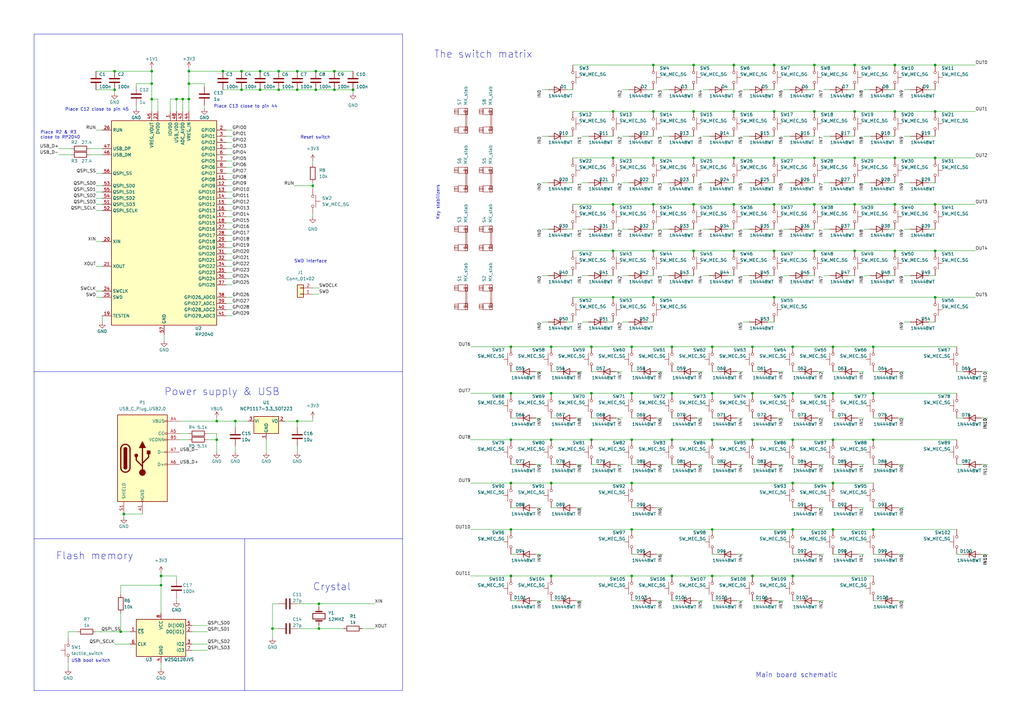
<source format=kicad_sch>
(kicad_sch (version 20230121) (generator eeschema)
  (paper "A3")
  (junction (at 226.06 161.29))
  (junction (at 46.99 36.83))
  (junction (at 121.92 172.72))
  (junction (at 114.3 29.21))
  (junction (at 275.59 180.34))
  (junction (at 106.68 29.21))
  (junction (at 284.48 26.67))
  (junction (at 341.63 161.29))
  (junction (at 383.54 83.82))
  (junction (at 341.63 142.24))
  (junction (at 267.97 83.82))
  (junction (at 259.08 236.22))
  (junction (at 267.97 26.67))
  (junction (at 49.53 259.08))
  (junction (at 242.57 180.34))
  (junction (at 383.54 102.87))
  (junction (at 259.08 142.24))
  (junction (at 350.52 26.67))
  (junction (at 130.81 247.65))
  (junction (at 267.97 121.92))
  (junction (at 334.01 102.87))
  (junction (at 325.12 180.34))
  (junction (at 317.5 83.82))
  (junction (at 259.08 180.34))
  (junction (at 317.5 45.72))
  (junction (at 72.39 40.64))
  (junction (at 367.03 45.72))
  (junction (at 209.55 161.29))
  (junction (at 341.63 180.34))
  (junction (at 226.06 198.12))
  (junction (at 300.99 102.87))
  (junction (at 300.99 45.72))
  (junction (at 350.52 64.77))
  (junction (at 129.54 29.21))
  (junction (at 358.14 180.34))
  (junction (at 367.03 64.77))
  (junction (at 292.1 142.24))
  (junction (at 292.1 180.34))
  (junction (at 66.04 240.03))
  (junction (at 383.54 64.77))
  (junction (at 275.59 236.22))
  (junction (at 130.81 257.81))
  (junction (at 383.54 45.72))
  (junction (at 334.01 26.67))
  (junction (at 62.23 40.64))
  (junction (at 88.9 172.72))
  (junction (at 325.12 217.17))
  (junction (at 317.5 64.77))
  (junction (at 66.04 236.22))
  (junction (at 226.06 180.34))
  (junction (at 334.01 64.77))
  (junction (at 300.99 83.82))
  (junction (at 137.16 29.21))
  (junction (at 300.99 64.77))
  (junction (at 383.54 26.67))
  (junction (at 74.93 40.64))
  (junction (at 209.55 198.12))
  (junction (at 308.61 180.34))
  (junction (at 251.46 83.82))
  (junction (at 144.78 36.83))
  (junction (at 341.63 198.12))
  (junction (at 334.01 83.82))
  (junction (at 121.92 36.83))
  (junction (at 367.03 26.67))
  (junction (at 292.1 217.17))
  (junction (at 334.01 45.72))
  (junction (at 46.99 29.21))
  (junction (at 226.06 142.24))
  (junction (at 341.63 217.17))
  (junction (at 96.52 172.72))
  (junction (at 62.23 34.29))
  (junction (at 88.9 180.34))
  (junction (at 325.12 161.29))
  (junction (at 226.06 236.22))
  (junction (at 62.23 29.21))
  (junction (at 267.97 102.87))
  (junction (at 209.55 236.22))
  (junction (at 358.14 217.17))
  (junction (at 242.57 161.29))
  (junction (at 99.06 36.83))
  (junction (at 121.92 29.21))
  (junction (at 77.47 40.64))
  (junction (at 300.99 26.67))
  (junction (at 259.08 161.29))
  (junction (at 284.48 83.82))
  (junction (at 292.1 161.29))
  (junction (at 317.5 26.67))
  (junction (at 114.3 36.83))
  (junction (at 128.27 76.2))
  (junction (at 350.52 83.82))
  (junction (at 367.03 102.87))
  (junction (at 99.06 29.21))
  (junction (at 350.52 45.72))
  (junction (at 251.46 45.72))
  (junction (at 358.14 161.29))
  (junction (at 275.59 142.24))
  (junction (at 317.5 102.87))
  (junction (at 50.8 210.82))
  (junction (at 251.46 64.77))
  (junction (at 209.55 180.34))
  (junction (at 111.76 257.81))
  (junction (at 308.61 236.22))
  (junction (at 129.54 36.83))
  (junction (at 308.61 161.29))
  (junction (at 284.48 45.72))
  (junction (at 325.12 198.12))
  (junction (at 275.59 161.29))
  (junction (at 284.48 102.87))
  (junction (at 259.08 217.17))
  (junction (at 350.52 102.87))
  (junction (at 106.68 36.83))
  (junction (at 367.03 83.82))
  (junction (at 77.47 29.21))
  (junction (at 317.5 121.92))
  (junction (at 267.97 45.72))
  (junction (at 325.12 142.24))
  (junction (at 251.46 102.87))
  (junction (at 358.14 142.24))
  (junction (at 284.48 64.77))
  (junction (at 209.55 217.17))
  (junction (at 209.55 142.24))
  (junction (at 137.16 36.83))
  (junction (at 251.46 121.92))
  (junction (at 259.08 198.12))
  (junction (at 267.97 64.77))
  (junction (at 242.57 142.24))
  (junction (at 383.54 121.92))
  (junction (at 308.61 142.24))
  (junction (at 292.1 236.22))
  (junction (at 325.12 236.22))
  (junction (at 91.44 29.21))
  (junction (at 77.47 34.29))
  (bus_entry (at 501.65 232.41) (size 2.54 2.54))
  (wire (pts (xy 24.13 63.5) (xy 29.21 63.5)))
  (wire (pts (xy 39.37 36.83) (xy 46.99 36.83)))
  (wire (pts (xy 284.48 102.87) (xy 300.99 102.87)))
  (wire (pts (xy 234.95 102.87) (xy 251.46 102.87)))
  (wire (pts (xy 83.82 43.18) (xy 83.82 44.45)))
  (wire (pts (xy 46.99 36.83) (xy 46.99 38.1)))
  (wire (pts (xy 238.76 171.45) (xy 236.22 171.45)))
  (wire (pts (xy 74.93 40.64) (xy 77.47 40.64)))
  (wire (pts (xy 130.81 247.65) (xy 153.67 247.65)))
  (wire (pts (xy 242.57 180.34) (xy 226.06 180.34)))
  (wire (pts (xy 265.43 36.83) (xy 267.97 36.83)))
  (wire (pts (xy 337.82 152.4) (xy 335.28 152.4)))
  (wire (pts (xy 261.62 171.45) (xy 259.08 171.45)))
  (wire (pts (xy 334.01 45.72) (xy 350.52 45.72)))
  (wire (pts (xy 358.14 161.29) (xy 341.63 161.29)))
  (wire (pts (xy 337.82 74.93) (xy 340.36 74.93)))
  (wire (pts (xy 405.13 227.33) (xy 402.59 227.33)))
  (wire (pts (xy 281.94 36.83) (xy 284.48 36.83)))
  (wire (pts (xy 39.37 119.38) (xy 41.91 119.38)))
  (wire (pts (xy 96.52 172.72) (xy 96.52 175.26)))
  (wire (pts (xy 72.39 237.49) (xy 72.39 236.22)))
  (wire (pts (xy 130.81 257.81) (xy 121.92 257.81)))
  (wire (pts (xy 121.92 29.21) (xy 129.54 29.21)))
  (wire (pts (xy 314.96 113.03) (xy 317.5 113.03)))
  (wire (pts (xy 317.5 121.92) (xy 383.54 121.92)))
  (wire (pts (xy 95.25 93.98) (xy 92.71 93.98)))
  (wire (pts (xy 271.78 190.5) (xy 269.24 190.5)))
  (wire (pts (xy 234.95 45.72) (xy 251.46 45.72)))
  (wire (pts (xy 308.61 180.34) (xy 292.1 180.34)))
  (wire (pts (xy 39.37 76.2) (xy 41.91 76.2)))
  (wire (pts (xy 321.31 171.45) (xy 318.77 171.45)))
  (wire (pts (xy 62.23 40.64) (xy 62.23 34.29)))
  (wire (pts (xy 209.55 161.29) (xy 193.04 161.29)))
  (wire (pts (xy 46.99 29.21) (xy 62.23 29.21)))
  (wire (pts (xy 222.25 93.98) (xy 224.79 93.98)))
  (wire (pts (xy 304.8 36.83) (xy 307.34 36.83)))
  (wire (pts (xy 278.13 171.45) (xy 275.59 171.45)))
  (wire (pts (xy 325.12 180.34) (xy 308.61 180.34)))
  (wire (pts (xy 27.94 261.62) (xy 27.94 259.08)))
  (wire (pts (xy 358.14 161.29) (xy 392.43 161.29)))
  (wire (pts (xy 354.33 55.88) (xy 356.87 55.88)))
  (wire (pts (xy 341.63 217.17) (xy 325.12 217.17)))
  (wire (pts (xy 292.1 142.24) (xy 275.59 142.24)))
  (wire (pts (xy 99.06 29.21) (xy 106.68 29.21)))
  (wire (pts (xy 234.95 64.77) (xy 251.46 64.77)))
  (wire (pts (xy 364.49 36.83) (xy 367.03 36.83)))
  (wire (pts (xy 321.31 113.03) (xy 323.85 113.03)))
  (wire (pts (xy 49.53 259.08) (xy 53.34 259.08)))
  (wire (pts (xy 370.84 74.93) (xy 373.38 74.93)))
  (wire (pts (xy 39.37 86.36) (xy 41.91 86.36)))
  (wire (pts (xy 337.82 113.03) (xy 340.36 113.03)))
  (wire (pts (xy 251.46 83.82) (xy 267.97 83.82)))
  (wire (pts (xy 311.15 171.45) (xy 308.61 171.45)))
  (wire (pts (xy 314.96 55.88) (xy 317.5 55.88)))
  (wire (pts (xy 259.08 180.34) (xy 242.57 180.34)))
  (wire (pts (xy 381 93.98) (xy 383.54 93.98)))
  (polyline (pts (xy 165.1 13.97) (xy 13.97 13.97)))
  (wire (pts (xy 308.61 161.29) (xy 292.1 161.29)))
  (wire (pts (xy 370.84 208.28) (xy 368.3 208.28)))
  (wire (pts (xy 121.92 172.72) (xy 121.92 175.26)))
  (wire (pts (xy 39.37 78.74) (xy 41.91 78.74)))
  (wire (pts (xy 251.46 45.72) (xy 267.97 45.72)))
  (wire (pts (xy 327.66 208.28) (xy 325.12 208.28)))
  (wire (pts (xy 64.77 40.64) (xy 62.23 40.64)))
  (wire (pts (xy 232.41 113.03) (xy 234.95 113.03)))
  (wire (pts (xy 405.13 190.5) (xy 402.59 190.5)))
  (wire (pts (xy 275.59 161.29) (xy 259.08 161.29)))
  (wire (pts (xy 222.25 36.83) (xy 224.79 36.83)))
  (wire (pts (xy 327.66 246.38) (xy 325.12 246.38)))
  (wire (pts (xy 265.43 55.88) (xy 267.97 55.88)))
  (wire (pts (xy 66.04 240.03) (xy 66.04 251.46)))
  (wire (pts (xy 27.94 271.78) (xy 27.94 274.32)))
  (wire (pts (xy 358.14 180.34) (xy 392.43 180.34)))
  (wire (pts (xy 248.92 55.88) (xy 251.46 55.88)))
  (polyline (pts (xy 100.33 283.21) (xy 165.1 283.21)))
  (wire (pts (xy 284.48 83.82) (xy 300.99 83.82)))
  (wire (pts (xy 212.09 227.33) (xy 209.55 227.33)))
  (wire (pts (xy 228.6 152.4) (xy 226.06 152.4)))
  (wire (pts (xy 327.66 227.33) (xy 325.12 227.33)))
  (wire (pts (xy 267.97 45.72) (xy 284.48 45.72)))
  (wire (pts (xy 238.76 190.5) (xy 236.22 190.5)))
  (wire (pts (xy 238.76 113.03) (xy 241.3 113.03)))
  (wire (pts (xy 39.37 109.22) (xy 41.91 109.22)))
  (wire (pts (xy 394.97 227.33) (xy 392.43 227.33)))
  (wire (pts (xy 232.41 74.93) (xy 234.95 74.93)))
  (wire (pts (xy 77.47 177.8) (xy 73.66 177.8)))
  (wire (pts (xy 354.33 227.33) (xy 351.79 227.33)))
  (wire (pts (xy 248.92 113.03) (xy 251.46 113.03)))
  (wire (pts (xy 337.82 55.88) (xy 340.36 55.88)))
  (wire (pts (xy 334.01 26.67) (xy 350.52 26.67)))
  (wire (pts (xy 358.14 217.17) (xy 341.63 217.17)))
  (wire (pts (xy 95.25 63.5) (xy 92.71 63.5)))
  (wire (pts (xy 261.62 227.33) (xy 259.08 227.33)))
  (wire (pts (xy 212.09 246.38) (xy 209.55 246.38)))
  (wire (pts (xy 128.27 120.65) (xy 130.81 120.65)))
  (wire (pts (xy 77.47 34.29) (xy 83.82 34.29)))
  (wire (pts (xy 364.49 74.93) (xy 367.03 74.93)))
  (wire (pts (xy 284.48 45.72) (xy 300.99 45.72)))
  (wire (pts (xy 304.8 246.38) (xy 302.26 246.38)))
  (wire (pts (xy 367.03 102.87) (xy 383.54 102.87)))
  (wire (pts (xy 64.77 45.72) (xy 64.77 40.64)))
  (wire (pts (xy 298.45 113.03) (xy 300.99 113.03)))
  (wire (pts (xy 337.82 93.98) (xy 340.36 93.98)))
  (wire (pts (xy 95.25 76.2) (xy 92.71 76.2)))
  (wire (pts (xy 304.8 152.4) (xy 302.26 152.4)))
  (wire (pts (xy 36.83 60.96) (xy 41.91 60.96)))
  (wire (pts (xy 78.74 256.54) (xy 85.09 256.54)))
  (wire (pts (xy 288.29 113.03) (xy 290.83 113.03)))
  (wire (pts (xy 226.06 198.12) (xy 209.55 198.12)))
  (wire (pts (xy 294.64 227.33) (xy 292.1 227.33)))
  (polyline (pts (xy 165.1 152.4) (xy 165.1 13.97)))
  (wire (pts (xy 288.29 152.4) (xy 285.75 152.4)))
  (wire (pts (xy 294.64 171.45) (xy 292.1 171.45)))
  (wire (pts (xy 381 36.83) (xy 383.54 36.83)))
  (wire (pts (xy 95.25 83.82) (xy 92.71 83.82)))
  (wire (pts (xy 304.8 55.88) (xy 307.34 55.88)))
  (wire (pts (xy 271.78 227.33) (xy 269.24 227.33)))
  (wire (pts (xy 358.14 217.17) (xy 392.43 217.17)))
  (wire (pts (xy 106.68 29.21) (xy 114.3 29.21)))
  (wire (pts (xy 251.46 102.87) (xy 267.97 102.87)))
  (wire (pts (xy 370.84 36.83) (xy 373.38 36.83)))
  (wire (pts (xy 370.84 246.38) (xy 368.3 246.38)))
  (wire (pts (xy 78.74 259.08) (xy 85.09 259.08)))
  (wire (pts (xy 321.31 74.93) (xy 323.85 74.93)))
  (wire (pts (xy 222.25 74.93) (xy 224.79 74.93)))
  (wire (pts (xy 222.25 152.4) (xy 219.71 152.4)))
  (wire (pts (xy 337.82 227.33) (xy 335.28 227.33)))
  (wire (pts (xy 314.96 36.83) (xy 317.5 36.83)))
  (wire (pts (xy 317.5 102.87) (xy 334.01 102.87)))
  (wire (pts (xy 209.55 198.12) (xy 193.04 198.12)))
  (wire (pts (xy 367.03 26.67) (xy 383.54 26.67)))
  (wire (pts (xy 334.01 83.82) (xy 350.52 83.82)))
  (wire (pts (xy 69.85 45.72) (xy 69.85 40.64)))
  (wire (pts (xy 95.25 81.28) (xy 92.71 81.28)))
  (wire (pts (xy 298.45 74.93) (xy 300.99 74.93)))
  (wire (pts (xy 300.99 45.72) (xy 317.5 45.72)))
  (wire (pts (xy 228.6 246.38) (xy 226.06 246.38)))
  (wire (pts (xy 321.31 152.4) (xy 318.77 152.4)))
  (wire (pts (xy 321.31 246.38) (xy 318.77 246.38)))
  (wire (pts (xy 255.27 132.08) (xy 257.81 132.08)))
  (wire (pts (xy 95.25 99.06) (xy 92.71 99.06)))
  (polyline (pts (xy 13.97 152.4) (xy 165.1 152.4)))
  (wire (pts (xy 238.76 208.28) (xy 236.22 208.28)))
  (wire (pts (xy 95.25 109.22) (xy 92.71 109.22)))
  (wire (pts (xy 226.06 161.29) (xy 209.55 161.29)))
  (wire (pts (xy 347.98 93.98) (xy 350.52 93.98)))
  (wire (pts (xy 275.59 236.22) (xy 259.08 236.22)))
  (wire (pts (xy 360.68 152.4) (xy 358.14 152.4)))
  (polyline (pts (xy 13.97 283.21) (xy 13.97 220.98)))
  (wire (pts (xy 350.52 45.72) (xy 367.03 45.72)))
  (wire (pts (xy 55.88 34.29) (xy 62.23 34.29)))
  (wire (pts (xy 95.25 114.3) (xy 92.71 114.3)))
  (polyline (pts (xy 13.97 220.98) (xy 13.97 152.4)))
  (wire (pts (xy 209.55 180.34) (xy 193.04 180.34)))
  (wire (pts (xy 344.17 152.4) (xy 341.63 152.4)))
  (wire (pts (xy 222.25 208.28) (xy 219.71 208.28)))
  (wire (pts (xy 327.66 152.4) (xy 325.12 152.4)))
  (wire (pts (xy 347.98 55.88) (xy 350.52 55.88)))
  (wire (pts (xy 265.43 132.08) (xy 267.97 132.08)))
  (wire (pts (xy 344.17 171.45) (xy 341.63 171.45)))
  (wire (pts (xy 265.43 93.98) (xy 267.97 93.98)))
  (wire (pts (xy 95.25 129.54) (xy 92.71 129.54)))
  (wire (pts (xy 242.57 161.29) (xy 226.06 161.29)))
  (wire (pts (xy 111.76 257.81) (xy 114.3 257.81)))
  (wire (pts (xy 314.96 132.08) (xy 317.5 132.08)))
  (wire (pts (xy 265.43 113.03) (xy 267.97 113.03)))
  (wire (pts (xy 255.27 36.83) (xy 257.81 36.83)))
  (wire (pts (xy 350.52 64.77) (xy 367.03 64.77)))
  (wire (pts (xy 292.1 180.34) (xy 275.59 180.34)))
  (wire (pts (xy 88.9 180.34) (xy 85.09 180.34)))
  (wire (pts (xy 364.49 55.88) (xy 367.03 55.88)))
  (wire (pts (xy 292.1 161.29) (xy 275.59 161.29)))
  (wire (pts (xy 228.6 171.45) (xy 226.06 171.45)))
  (wire (pts (xy 341.63 161.29) (xy 325.12 161.29)))
  (wire (pts (xy 95.25 96.52) (xy 92.71 96.52)))
  (wire (pts (xy 129.54 36.83) (xy 137.16 36.83)))
  (wire (pts (xy 370.84 171.45) (xy 368.3 171.45)))
  (wire (pts (xy 304.8 227.33) (xy 302.26 227.33)))
  (wire (pts (xy 49.53 251.46) (xy 49.53 259.08)))
  (wire (pts (xy 228.6 190.5) (xy 226.06 190.5)))
  (wire (pts (xy 222.25 246.38) (xy 219.71 246.38)))
  (wire (pts (xy 360.68 246.38) (xy 358.14 246.38)))
  (wire (pts (xy 226.06 236.22) (xy 209.55 236.22)))
  (wire (pts (xy 39.37 121.92) (xy 41.91 121.92)))
  (wire (pts (xy 95.25 101.6) (xy 92.71 101.6)))
  (wire (pts (xy 41.91 129.54) (xy 41.91 132.08)))
  (wire (pts (xy 88.9 180.34) (xy 88.9 185.42)))
  (wire (pts (xy 383.54 121.92) (xy 400.05 121.92)))
  (wire (pts (xy 298.45 93.98) (xy 300.99 93.98)))
  (wire (pts (xy 259.08 198.12) (xy 325.12 198.12)))
  (wire (pts (xy 72.39 245.11) (xy 72.39 246.38)))
  (wire (pts (xy 298.45 36.83) (xy 300.99 36.83)))
  (wire (pts (xy 354.33 113.03) (xy 356.87 113.03)))
  (wire (pts (xy 39.37 83.82) (xy 41.91 83.82)))
  (wire (pts (xy 228.6 208.28) (xy 226.06 208.28)))
  (wire (pts (xy 121.92 172.72) (xy 128.27 172.72)))
  (wire (pts (xy 360.68 208.28) (xy 358.14 208.28)))
  (wire (pts (xy 275.59 142.24) (xy 259.08 142.24)))
  (wire (pts (xy 144.78 36.83) (xy 144.78 38.1)))
  (wire (pts (xy 222.25 227.33) (xy 219.71 227.33)))
  (wire (pts (xy 96.52 172.72) (xy 101.6 172.72)))
  (wire (pts (xy 95.25 53.34) (xy 92.71 53.34)))
  (wire (pts (xy 72.39 236.22) (xy 66.04 236.22)))
  (polyline (pts (xy 13.97 220.98) (xy 100.33 220.98)))
  (wire (pts (xy 304.8 74.93) (xy 307.34 74.93)))
  (wire (pts (xy 337.82 208.28) (xy 335.28 208.28)))
  (wire (pts (xy 281.94 55.88) (xy 284.48 55.88)))
  (wire (pts (xy 128.27 118.11) (xy 130.81 118.11)))
  (wire (pts (xy 114.3 247.65) (xy 111.76 247.65)))
  (wire (pts (xy 278.13 152.4) (xy 275.59 152.4)))
  (wire (pts (xy 129.54 29.21) (xy 137.16 29.21)))
  (wire (pts (xy 255.27 55.88) (xy 257.81 55.88)))
  (wire (pts (xy 77.47 40.64) (xy 77.47 34.29)))
  (wire (pts (xy 121.92 182.88) (xy 121.92 185.42)))
  (wire (pts (xy 78.74 264.16) (xy 85.09 264.16)))
  (wire (pts (xy 261.62 190.5) (xy 259.08 190.5)))
  (wire (pts (xy 347.98 36.83) (xy 350.52 36.83)))
  (wire (pts (xy 350.52 26.67) (xy 367.03 26.67)))
  (wire (pts (xy 116.84 172.72) (xy 121.92 172.72)))
  (wire (pts (xy 95.25 71.12) (xy 92.71 71.12)))
  (wire (pts (xy 130.81 248.92) (xy 130.81 247.65)))
  (wire (pts (xy 278.13 246.38) (xy 275.59 246.38)))
  (wire (pts (xy 130.81 256.54) (xy 130.81 257.81)))
  (wire (pts (xy 83.82 34.29) (xy 83.82 35.56)))
  (wire (pts (xy 271.78 74.93) (xy 274.32 74.93)))
  (wire (pts (xy 275.59 180.34) (xy 259.08 180.34)))
  (wire (pts (xy 344.17 227.33) (xy 341.63 227.33)))
  (wire (pts (xy 255.27 113.03) (xy 257.81 113.03)))
  (wire (pts (xy 77.47 27.94) (xy 77.47 29.21)))
  (wire (pts (xy 95.25 124.46) (xy 92.71 124.46)))
  (wire (pts (xy 370.84 132.08) (xy 373.38 132.08)))
  (wire (pts (xy 62.23 40.64) (xy 62.23 45.72)))
  (wire (pts (xy 364.49 113.03) (xy 367.03 113.03)))
  (wire (pts (xy 271.78 113.03) (xy 274.32 113.03)))
  (wire (pts (xy 248.92 132.08) (xy 251.46 132.08)))
  (wire (pts (xy 364.49 93.98) (xy 367.03 93.98)))
  (wire (pts (xy 67.31 137.16) (xy 67.31 139.7)))
  (wire (pts (xy 49.53 240.03) (xy 66.04 240.03)))
  (wire (pts (xy 358.14 198.12) (xy 341.63 198.12)))
  (wire (pts (xy 304.8 190.5) (xy 302.26 190.5)))
  (wire (pts (xy 238.76 246.38) (xy 236.22 246.38)))
  (wire (pts (xy 344.17 190.5) (xy 341.63 190.5)))
  (wire (pts (xy 212.09 171.45) (xy 209.55 171.45)))
  (wire (pts (xy 251.46 121.92) (xy 267.97 121.92)))
  (wire (pts (xy 314.96 93.98) (xy 317.5 93.98)))
  (wire (pts (xy 248.92 93.98) (xy 251.46 93.98)))
  (wire (pts (xy 39.37 259.08) (xy 49.53 259.08)))
  (wire (pts (xy 311.15 152.4) (xy 308.61 152.4)))
  (wire (pts (xy 331.47 113.03) (xy 334.01 113.03)))
  (wire (pts (xy 321.31 93.98) (xy 323.85 93.98)))
  (wire (pts (xy 226.06 180.34) (xy 209.55 180.34)))
  (wire (pts (xy 212.09 190.5) (xy 209.55 190.5)))
  (wire (pts (xy 234.95 26.67) (xy 267.97 26.67)))
  (wire (pts (xy 321.31 36.83) (xy 323.85 36.83)))
  (wire (pts (xy 300.99 26.67) (xy 317.5 26.67)))
  (wire (pts (xy 226.06 236.22) (xy 259.08 236.22)))
  (wire (pts (xy 114.3 36.83) (xy 121.92 36.83)))
  (wire (pts (xy 209.55 236.22) (xy 193.04 236.22)))
  (wire (pts (xy 394.97 171.45) (xy 392.43 171.45)))
  (wire (pts (xy 341.63 198.12) (xy 325.12 198.12)))
  (wire (pts (xy 95.25 127) (xy 92.71 127)))
  (wire (pts (xy 288.29 74.93) (xy 290.83 74.93)))
  (wire (pts (xy 284.48 26.67) (xy 300.99 26.67)))
  (wire (pts (xy 255.27 74.93) (xy 257.81 74.93)))
  (wire (pts (xy 331.47 93.98) (xy 334.01 93.98)))
  (wire (pts (xy 50.8 210.82) (xy 58.42 210.82)))
  (wire (pts (xy 95.25 58.42) (xy 92.71 58.42)))
  (wire (pts (xy 314.96 74.93) (xy 317.5 74.93)))
  (wire (pts (xy 304.8 132.08) (xy 307.34 132.08)))
  (wire (pts (xy 370.84 93.98) (xy 373.38 93.98)))
  (wire (pts (xy 360.68 171.45) (xy 358.14 171.45)))
  (wire (pts (xy 238.76 132.08) (xy 241.3 132.08)))
  (wire (pts (xy 39.37 81.28) (xy 41.91 81.28)))
  (wire (pts (xy 281.94 113.03) (xy 284.48 113.03)))
  (wire (pts (xy 325.12 142.24) (xy 308.61 142.24)))
  (wire (pts (xy 95.25 55.88) (xy 92.71 55.88)))
  (wire (pts (xy 354.33 171.45) (xy 351.79 171.45)))
  (wire (pts (xy 271.78 152.4) (xy 269.24 152.4)))
  (wire (pts (xy 212.09 152.4) (xy 209.55 152.4)))
  (wire (pts (xy 259.08 142.24) (xy 242.57 142.24)))
  (wire (pts (xy 331.47 36.83) (xy 334.01 36.83)))
  (wire (pts (xy 95.25 106.68) (xy 92.71 106.68)))
  (wire (pts (xy 85.09 177.8) (xy 88.9 177.8)))
  (wire (pts (xy 294.64 190.5) (xy 292.1 190.5)))
  (wire (pts (xy 39.37 29.21) (xy 46.99 29.21)))
  (wire (pts (xy 367.03 83.82) (xy 383.54 83.82)))
  (wire (pts (xy 300.99 102.87) (xy 317.5 102.87)))
  (wire (pts (xy 95.25 68.58) (xy 92.71 68.58)))
  (wire (pts (xy 331.47 55.88) (xy 334.01 55.88)))
  (wire (pts (xy 120.65 76.2) (xy 128.27 76.2)))
  (wire (pts (xy 88.9 171.45) (xy 88.9 172.72)))
  (wire (pts (xy 238.76 74.93) (xy 241.3 74.93)))
  (wire (pts (xy 232.41 36.83) (xy 234.95 36.83)))
  (polyline (pts (xy 100.33 283.21) (xy 13.97 283.21)))
  (wire (pts (xy 95.25 86.36) (xy 92.71 86.36)))
  (wire (pts (xy 209.55 217.17) (xy 259.08 217.17)))
  (wire (pts (xy 234.95 83.82) (xy 251.46 83.82)))
  (wire (pts (xy 137.16 36.83) (xy 144.78 36.83)))
  (wire (pts (xy 334.01 102.87) (xy 350.52 102.87)))
  (wire (pts (xy 281.94 74.93) (xy 284.48 74.93)))
  (wire (pts (xy 77.47 29.21) (xy 77.47 34.29)))
  (wire (pts (xy 358.14 142.24) (xy 392.43 142.24)))
  (wire (pts (xy 222.25 171.45) (xy 219.71 171.45)))
  (wire (pts (xy 222.25 190.5) (xy 219.71 190.5)))
  (wire (pts (xy 130.81 247.65) (xy 121.92 247.65)))
  (wire (pts (xy 405.13 171.45) (xy 402.59 171.45)))
  (wire (pts (xy 344.17 208.28) (xy 341.63 208.28)))
  (wire (pts (xy 232.41 55.88) (xy 234.95 55.88)))
  (wire (pts (xy 354.33 93.98) (xy 356.87 93.98)))
  (wire (pts (xy 325.12 236.22) (xy 358.14 236.22)))
  (wire (pts (xy 383.54 83.82) (xy 400.05 83.82)))
  (wire (pts (xy 222.25 113.03) (xy 224.79 113.03)))
  (wire (pts (xy 111.76 247.65) (xy 111.76 257.81)))
  (wire (pts (xy 259.08 161.29) (xy 242.57 161.29)))
  (wire (pts (xy 271.78 55.88) (xy 274.32 55.88)))
  (wire (pts (xy 383.54 64.77) (xy 400.05 64.77)))
  (wire (pts (xy 304.8 93.98) (xy 307.34 93.98)))
  (wire (pts (xy 46.99 264.16) (xy 53.34 264.16)))
  (wire (pts (xy 251.46 64.77) (xy 267.97 64.77)))
  (wire (pts (xy 66.04 271.78) (xy 66.04 274.32)))
  (wire (pts (xy 334.01 64.77) (xy 350.52 64.77)))
  (wire (pts (xy 271.78 208.28) (xy 269.24 208.28)))
  (wire (pts (xy 288.29 246.38) (xy 285.75 246.38)))
  (wire (pts (xy 238.76 55.88) (xy 241.3 55.88)))
  (wire (pts (xy 55.88 43.18) (xy 55.88 44.45)))
  (wire (pts (xy 255.27 171.45) (xy 252.73 171.45)))
  (wire (pts (xy 95.25 66.04) (xy 92.71 66.04)))
  (wire (pts (xy 341.63 142.24) (xy 325.12 142.24)))
  (wire (pts (xy 148.59 257.81) (xy 153.67 257.81)))
  (wire (pts (xy 95.25 88.9) (xy 92.71 88.9)))
  (wire (pts (xy 317.5 83.82) (xy 334.01 83.82)))
  (polyline (pts (xy 165.1 283.21) (xy 165.1 220.98)))
  (wire (pts (xy 383.54 26.67) (xy 400.05 26.67)))
  (wire (pts (xy 77.47 40.64) (xy 77.47 45.72)))
  (wire (pts (xy 327.66 190.5) (xy 325.12 190.5)))
  (wire (pts (xy 350.52 83.82) (xy 367.03 83.82)))
  (wire (pts (xy 69.85 40.64) (xy 72.39 40.64)))
  (wire (pts (xy 370.84 152.4) (xy 368.3 152.4)))
  (wire (pts (xy 367.03 64.77) (xy 383.54 64.77)))
  (wire (pts (xy 288.29 55.88) (xy 290.83 55.88)))
  (wire (pts (xy 255.27 190.5) (xy 252.73 190.5)))
  (wire (pts (xy 49.53 243.84) (xy 49.53 240.03)))
  (wire (pts (xy 354.33 152.4) (xy 351.79 152.4)))
  (wire (pts (xy 288.29 93.98) (xy 290.83 93.98)))
  (wire (pts (xy 325.12 236.22) (xy 308.61 236.22)))
  (wire (pts (xy 360.68 190.5) (xy 358.14 190.5)))
  (wire (pts (xy 308.61 236.22) (xy 292.1 236.22)))
  (wire (pts (xy 72.39 40.64) (xy 72.39 45.72)))
  (wire (pts (xy 325.12 161.29) (xy 308.61 161.29)))
  (wire (pts (xy 212.09 208.28) (xy 209.55 208.28)))
  (wire (pts (xy 354.33 208.28) (xy 351.79 208.28)))
  (wire (pts (xy 77.47 29.21) (xy 91.44 29.21)))
  (wire (pts (xy 74.93 40.64) (xy 74.93 45.72)))
  (wire (pts (xy 72.39 40.64) (xy 74.93 40.64)))
  (wire (pts (xy 370.84 55.88) (xy 373.38 55.88)))
  (wire (pts (xy 284.48 64.77) (xy 300.99 64.77)))
  (wire (pts (xy 91.44 36.83) (xy 99.06 36.83)))
  (wire (pts (xy 73.66 172.72) (xy 88.9 172.72)))
  (wire (pts (xy 261.62 152.4) (xy 259.08 152.4)))
  (wire (pts (xy 128.27 76.2) (xy 128.27 77.47)))
  (wire (pts (xy 24.13 60.96) (xy 29.21 60.96)))
  (wire (pts (xy 245.11 190.5) (xy 242.57 190.5)))
  (wire (pts (xy 267.97 102.87) (xy 284.48 102.87)))
  (wire (pts (xy 321.31 190.5) (xy 318.77 190.5)))
  (wire (pts (xy 331.47 74.93) (xy 334.01 74.93)))
  (polyline (pts (xy 100.33 220.98) (xy 100.33 283.21)))
  (wire (pts (xy 267.97 83.82) (xy 284.48 83.82)))
  (wire (pts (xy 370.84 113.03) (xy 373.38 113.03)))
  (wire (pts (xy 62.23 27.94) (xy 62.23 29.21)))
  (wire (pts (xy 294.64 246.38) (xy 292.1 246.38)))
  (wire (pts (xy 99.06 36.83) (xy 106.68 36.83)))
  (wire (pts (xy 383.54 102.87) (xy 400.05 102.87)))
  (wire (pts (xy 242.57 142.24) (xy 226.06 142.24)))
  (wire (pts (xy 292.1 236.22) (xy 275.59 236.22)))
  (wire (pts (xy 394.97 152.4) (xy 392.43 152.4)))
  (wire (pts (xy 281.94 93.98) (xy 284.48 93.98)))
  (wire (pts (xy 288.29 36.83) (xy 290.83 36.83)))
  (wire (pts (xy 95.25 104.14) (xy 92.71 104.14)))
  (wire (pts (xy 106.68 36.83) (xy 114.3 36.83)))
  (wire (pts (xy 304.8 113.03) (xy 307.34 113.03)))
  (wire (pts (xy 271.78 246.38) (xy 269.24 246.38)))
  (wire (pts (xy 337.82 246.38) (xy 335.28 246.38)))
  (wire (pts (xy 327.66 171.45) (xy 325.12 171.45)))
  (wire (pts (xy 209.55 217.17) (xy 193.04 217.17)))
  (wire (pts (xy 232.41 132.08) (xy 234.95 132.08)))
  (wire (pts (xy 95.25 111.76) (xy 92.71 111.76)))
  (wire (pts (xy 360.68 227.33) (xy 358.14 227.33)))
  (wire (pts (xy 114.3 29.21) (xy 121.92 29.21)))
  (wire (pts (xy 311.15 190.5) (xy 308.61 190.5)))
  (wire (pts (xy 62.23 34.29) (xy 62.23 29.21)))
  (wire (pts (xy 209.55 142.24) (xy 193.04 142.24)))
  (wire (pts (xy 222.25 132.08) (xy 224.79 132.08)))
  (wire (pts (xy 128.27 87.63) (xy 128.27 88.9)))
  (wire (pts (xy 321.31 55.88) (xy 323.85 55.88)))
  (wire (pts (xy 370.84 190.5) (xy 368.3 190.5)))
  (wire (pts (xy 255.27 93.98) (xy 257.81 93.98)))
  (wire (pts (xy 288.29 190.5) (xy 285.75 190.5)))
  (wire (pts (xy 39.37 99.06) (xy 41.91 99.06)))
  (wire (pts (xy 111.76 257.81) (xy 111.76 261.62)))
  (wire (pts (xy 66.04 236.22) (xy 66.04 240.03)))
  (wire (pts (xy 354.33 74.93) (xy 356.87 74.93)))
  (polyline (pts (xy 165.1 152.4) (xy 165.1 220.98)))
  (wire (pts (xy 294.64 152.4) (xy 292.1 152.4)))
  (wire (pts (xy 55.88 35.56) (xy 55.88 34.29)))
  (wire (pts (xy 267.97 64.77) (xy 284.48 64.77)))
  (wire (pts (xy 337.82 36.83) (xy 340.36 36.83)))
  (wire (pts (xy 267.97 26.67) (xy 284.48 26.67)))
  (wire (pts (xy 341.63 180.34) (xy 325.12 180.34)))
  (wire (pts (xy 95.25 121.92) (xy 92.71 121.92)))
  (wire (pts (xy 238.76 93.98) (xy 241.3 93.98)))
  (wire (pts (xy 261.62 208.28) (xy 259.08 208.28)))
  (wire (pts (xy 288.29 171.45) (xy 285.75 171.45)))
  (wire (pts (xy 370.84 227.33) (xy 368.3 227.33)))
  (wire (pts (xy 381 132.08) (xy 383.54 132.08)))
  (wire (pts (xy 354.33 190.5) (xy 351.79 190.5)))
  (wire (pts (xy 121.92 36.83) (xy 129.54 36.83)))
  (wire (pts (xy 95.25 116.84) (xy 92.71 116.84)))
  (wire (pts (xy 245.11 171.45) (xy 242.57 171.45)))
  (wire (pts (xy 226.06 142.24) (xy 209.55 142.24)))
  (wire (pts (xy 337.82 171.45) (xy 335.28 171.45)))
  (wire (pts (xy 245.11 152.4) (xy 242.57 152.4)))
  (wire (pts (xy 265.43 74.93) (xy 267.97 74.93)))
  (wire (pts (xy 128.27 74.93) (xy 128.27 76.2)))
  (wire (pts (xy 311.15 246.38) (xy 308.61 246.38)))
  (wire (pts (xy 347.98 113.03) (xy 350.52 113.03)))
  (wire (pts (xy 95.25 91.44) (xy 92.71 91.44)))
  (wire (pts (xy 91.44 29.21) (xy 99.06 29.21)))
  (wire (pts (xy 381 113.03) (xy 383.54 113.03)))
  (wire (pts (xy 95.25 78.74) (xy 92.71 78.74)))
  (wire (pts (xy 381 55.88) (xy 383.54 55.88)))
  (wire (pts (xy 271.78 171.45) (xy 269.24 171.45)))
  (polyline (pts (xy 165.1 220.98) (xy 100.33 220.98)))
  (wire (pts (xy 347.98 74.93) (xy 350.52 74.93)))
  (wire (pts (xy 88.9 177.8) (xy 88.9 180.34)))
  (wire (pts (xy 358.14 180.34) (xy 341.63 180.34)))
  (wire (pts (xy 300.99 64.77) (xy 317.5 64.77)))
  (wire (pts (xy 130.81 257.81) (xy 140.97 257.81)))
  (wire (pts (xy 128.27 172.72) (xy 128.27 171.45)))
  (wire (pts (xy 238.76 152.4) (xy 236.22 152.4)))
  (wire (pts (xy 271.78 93.98) (xy 274.32 93.98)))
  (wire (pts (xy 350.52 102.87) (xy 367.03 102.87)))
  (wire (pts (xy 77.47 180.34) (xy 73.66 180.34)))
  (wire (pts (xy 300.99 83.82) (xy 317.5 83.82)))
  (wire (pts (xy 317.5 45.72) (xy 334.01 45.72)))
  (wire (pts (xy 271.78 36.83) (xy 274.32 36.83)))
  (wire (pts (xy 337.82 190.5) (xy 335.28 190.5)))
  (wire (pts (xy 95.25 60.96) (xy 92.71 60.96)))
  (wire (pts (xy 248.92 74.93) (xy 251.46 74.93)))
  (wire (pts (xy 36.83 63.5) (xy 41.91 63.5)))
  (wire (pts (xy 66.04 234.95) (xy 66.04 236.22)))
  (wire (pts (xy 137.16 29.21) (xy 144.78 29.21)))
  (wire (pts (xy 381 74.93) (xy 383.54 74.93)))
  (wire (pts (xy 367.03 45.72) (xy 383.54 45.72)))
  (wire (pts (xy 308.61 142.24) (xy 292.1 142.24)))
  (wire (pts (xy 109.22 180.34) (xy 109.22 185.42)))
  (wire (pts (xy 232.41 93.98) (xy 234.95 93.98)))
  (wire (pts (xy 234.95 121.92) (xy 251.46 121.92)))
  (wire (pts (xy 50.8 210.82) (xy 50.8 212.09)))
  (wire (pts (xy 304.8 171.45) (xy 302.26 171.45)))
  (wire (pts (xy 96.52 182.88) (xy 96.52 185.42)))
  (wire (pts (xy 394.97 190.5) (xy 392.43 190.5)))
  (wire (pts (xy 78.74 266.7) (xy 85.09 266.7)))
  (wire (pts (xy 255.27 152.4) (xy 252.73 152.4)))
  (wire (pts (xy 95.25 73.66) (xy 92.71 73.66)))
  (wire (pts (xy 27.94 259.08) (xy 31.75 259.08)))
  (wire (pts (xy 405.13 152.4) (xy 402.59 152.4)))
  (wire (pts (xy 128.27 66.04) (xy 128.27 67.31)))
  (wire (pts (xy 88.9 172.72) (xy 96.52 172.72)))
  (wire (pts (xy 222.25 55.88) (xy 224.79 55.88)))
  (wire (pts (xy 261.62 246.38) (xy 259.08 246.38)))
  (wire (pts (xy 226.06 198.12) (xy 259.08 198.12)))
  (wire (pts (xy 39.37 71.12) (xy 41.91 71.12)))
  (wire (pts (xy 383.54 45.72) (xy 400.05 45.72)))
  (wire (pts (xy 354.33 36.83) (xy 356.87 36.83)))
  (wire (pts (xy 358.14 142.24) (xy 341.63 142.24)))
  (wire (pts (xy 317.5 26.67) (xy 334.01 26.67)))
  (wire (pts (xy 298.45 55.88) (xy 300.99 55.88)))
  (wire (pts (xy 259.08 217.17) (xy 292.1 217.17)))
  (wire (pts (xy 317.5 64.77) (xy 334.01 64.77)))
  (wire (pts (xy 39.37 53.34) (xy 41.91 53.34)))
  (wire (pts (xy 267.97 121.92) (xy 317.5 121.92)))
  (wire (pts (xy 278.13 190.5) (xy 275.59 190.5)))
  (polyline (pts (xy 13.97 13.97) (xy 13.97 152.4)))
  (wire (pts (xy 292.1 217.17) (xy 325.12 217.17)))
  (text "USB boot switch" (at 29.21 271.78 0) (effects (font (size 1.27 1.27)) (justify left bottom)))
  (text "Crystal" (at 128.27 242.57 0) (effects (font (size 3 3)) (justify left bottom)))
  (text "Key stabilizers\n" (at 180.34 90.17 90) (effects (font (size 1.27 1.27)) (justify left bottom)))
  (text "Place R2 & R3 \nclose to RP2040" (at 16.51 57.15 0) (effects (font (size 1.27 1.27)) (justify left bottom)))
  (text "Place C13 close to pin 44" (at 87.63 44.45 0) (effects (font (size 1.27 1.27)) (justify left bottom)))
  (text "Place C12 close to pin 45" (at 26.67 45.72 0) (effects (font (size 1.27 1.27)) (justify left bottom)))
  (text "Main board schematic\n" (at 309.88 278.13 0) (effects (font (size 2 2)) (justify left bottom)))
  (text "Reset switch" (at 123.19 57.15 0) (effects (font (size 1.27 1.27)) (justify left bottom)))
  (text "SWD interface" (at 120.65 107.95 0) (effects (font (size 1.27 1.27)) (justify left bottom)))
  (text "Flash memory\n" (at 22.86 229.87 0) (effects (font (size 3 3)) (justify left bottom)))
  (text "The switch matrix" (at 218.44 24.13 0) (effects (font (size 3 3)) (justify right bottom)))
  (text "Power supply & USB" (at 67.31 162.56 0) (effects (font (size 3 3)) (justify left bottom)))
  (label "IN2" (at 255.27 113.03 270))
  (label "IN2" (at 337.82 171.45 270))
  (label "IN2" (at 337.82 190.5 270))
  (label "SWDCLK" (at 130.81 118.11 0))
  (label "IN4" (at 288.29 55.88 270))
  (label "IN3" (at 271.78 113.03 270))
  (label "GPIO4" (at 95.25 63.5 0))
  (label "IN1" (at 354.33 171.45 270))
  (label "GPIO14" (at 95.25 88.9 0))
  (label "QSPI_SD3" (at 85.09 266.7 0))
  (label "IN6" (at 271.78 246.38 270))
  (label "GPIO12" (at 95.25 83.82 0))
  (label "IN8" (at 238.76 246.38 270))
  (label "IN9" (at 222.25 171.45 270))
  (label "IN10" (at 405.13 190.5 270))
  (label "IN4" (at 304.8 246.38 270))
  (label "QSPI_SCLK" (at 46.99 264.16 180))
  (label "GPIO17" (at 95.25 96.52 0))
  (label "GPIO15" (at 95.25 91.44 0))
  (label "IN6" (at 271.78 190.5 270))
  (label "IN9" (at 370.84 113.03 270))
  (label "IN10" (at 405.13 152.4 270))
  (label "OUT5" (at 400.05 121.92 0))
  (label "IN4" (at 288.29 93.98 270))
  (label "GPIO11" (at 95.25 81.28 0))
  (label "OUT4" (at 400.05 102.87 0))
  (label "IN2" (at 337.82 246.38 270))
  (label "IN8" (at 238.76 152.4 270))
  (label "GPIO26" (at 95.25 121.92 0))
  (label "IN4" (at 304.8 190.5 270))
  (label "IN1" (at 354.33 227.33 270))
  (label "GPIO20" (at 95.25 104.14 0))
  (label "IN2" (at 337.82 152.4 270))
  (label "XOUT" (at 39.37 109.22 180))
  (label "QSPI_SS" (at 39.37 71.12 180))
  (label "IN5" (at 304.8 55.88 270))
  (label "IN0" (at 222.25 132.08 270))
  (label "IN0" (at 370.84 190.5 270))
  (label "IN3" (at 321.31 246.38 270))
  (label "IN3" (at 271.78 93.98 270))
  (label "OUT6" (at 193.04 142.24 180))
  (label "IN1" (at 238.76 55.88 270))
  (label "IN10" (at 405.13 171.45 270))
  (label "GPIO10" (at 95.25 78.74 0))
  (label "IN7" (at 255.27 152.4 270))
  (label "QSPI_SD1" (at 85.09 259.08 0))
  (label "USB_D-" (at 24.13 63.5 180))
  (label "IN6" (at 271.78 227.33 270))
  (label "GPIO22" (at 95.25 109.22 0))
  (label "OUT3" (at 400.05 83.82 0))
  (label "IN8" (at 238.76 190.5 270))
  (label "GPIO1" (at 95.25 55.88 0))
  (label "IN6" (at 321.31 113.03 270))
  (label "IN3" (at 321.31 152.4 270))
  (label "QSPI_SD0" (at 85.09 256.54 0))
  (label "IN1" (at 238.76 93.98 270))
  (label "USB_D-" (at 73.66 185.42 0))
  (label "RUN" (at 39.37 53.34 180))
  (label "GPIO23" (at 95.25 111.76 0))
  (label "SWD" (at 130.81 120.65 0))
  (label "QSPI_SD2" (at 85.09 264.16 0))
  (label "IN3" (at 321.31 171.45 270))
  (label "GPIO16" (at 95.25 93.98 0))
  (label "RUN" (at 120.65 76.2 180))
  (label "GPIO0" (at 95.25 53.34 0))
  (label "IN10" (at 405.13 171.45 270))
  (label "GPIO27" (at 95.25 124.46 0))
  (label "GPIO25" (at 95.25 116.84 0))
  (label "IN5" (at 304.8 93.98 270))
  (label "IN4" (at 304.8 227.33 270))
  (label "QSPI_SD3" (at 39.37 83.82 180))
  (label "IN4" (at 288.29 74.93 270))
  (label "IN5" (at 304.8 113.03 270))
  (label "IN10" (at 405.13 227.33 270))
  (label "GPIO24" (at 95.25 114.3 0))
  (label "IN5" (at 288.29 171.45 270))
  (label "IN1" (at 238.76 113.03 270))
  (label "IN2" (at 255.27 55.88 270))
  (label "IN4" (at 288.29 113.03 270))
  (label "QSPI_SD1" (at 39.37 78.74 180))
  (label "OUT10" (at 193.04 217.17 180))
  (label "IN1" (at 354.33 190.5 270))
  (label "IN5" (at 288.29 190.5 270))
  (label "GPIO18" (at 95.25 99.06 0))
  (label "IN0" (at 370.84 227.33 270))
  (label "IN10" (at 405.13 227.33 270))
  (label "GPIO13" (at 95.25 86.36 0))
  (label "IN1" (at 354.33 208.28 270))
  (label "IN9" (at 370.84 55.88 270))
  (label "XIN" (at 39.37 99.06 180))
  (label "IN6" (at 321.31 36.83 270))
  (label "GPIO7" (at 95.25 71.12 0))
  (label "IN6" (at 321.31 55.88 270))
  (label "IN9" (at 370.84 132.08 270))
  (label "IN7" (at 255.27 190.5 270))
  (label "SWD" (at 39.37 121.92 180))
  (label "IN0" (at 222.25 74.93 270))
  (label "GPIO21" (at 95.25 106.68 0))
  (label "GPIO2" (at 95.25 58.42 0))
  (label "IN7" (at 337.82 74.93 270))
  (label "GPIO3" (at 95.25 60.96 0))
  (label "IN2" (at 255.27 93.98 270))
  (label "IN8" (at 354.33 93.98 270))
  (label "IN5" (at 304.8 132.08 270))
  (label "IN1" (at 238.76 132.08 270))
  (label "IN0" (at 222.25 113.03 270))
  (label "IN4" (at 288.29 36.83 270))
  (label "IN3" (at 271.78 55.88 270))
  (label "IN9" (at 370.84 74.93 270))
  (label "IN5" (at 288.29 152.4 270))
  (label "GPIO19" (at 95.25 101.6 0))
  (label "GPIO29" (at 95.25 129.54 0))
  (label "IN0" (at 370.84 171.45 270))
  (label "OUT11" (at 193.04 236.22 180))
  (label "IN2" (at 337.82 208.28 270))
  (label "XIN" (at 153.67 247.65 0))
  (label "QSPI_SD0" (at 39.37 76.2 180))
  (label "IN8" (at 354.33 113.03 270))
  (label "IN6" (at 271.78 152.4 270))
  (label "QSPI_SD2" (at 39.37 81.28 180))
  (label "IN0" (at 222.25 36.83 270))
  (label "IN7" (at 337.82 36.83 270))
  (label "IN7" (at 255.27 171.45 270))
  (label "IN4" (at 304.8 152.4 270))
  (label "IN8" (at 354.33 36.83 270))
  (label "IN2" (at 255.27 132.08 270))
  (label "IN3" (at 271.78 74.93 270))
  (label "IN0" (at 370.84 208.28 270))
  (label "OUT2" (at 400.05 64.77 0))
  (label "IN6" (at 271.78 171.45 270))
  (label "SWCLK" (at 39.37 119.38 180))
  (label "GPIO8" (at 95.25 73.66 0))
  (label "USB_D+" (at 73.66 190.5 0))
  (label "OUT1" (at 400.05 45.72 0))
  (label "IN5" (at 304.8 74.93 270))
  (label "QSPI_SCLK" (at 39.37 86.36 180))
  (label "IN0" (at 222.25 55.88 270))
  (label "IN9" (at 222.25 246.38 270))
  (label "IN3" (at 321.31 190.5 270))
  (label "IN0" (at 370.84 246.38 270))
  (label "IN5" (at 288.29 246.38 270))
  (label "OUT8" (at 193.04 180.34 180))
  (label "IN6" (at 321.31 74.93 270))
  (label "XOUT" (at 153.67 257.81 0))
  (label "OUT0" (at 400.05 26.67 0))
  (label "IN1" (at 354.33 152.4 270))
  (label "IN9" (at 222.25 227.33 270))
  (label "IN0" (at 370.84 152.4 270))
  (label "IN2" (at 255.27 36.83 270))
  (label "GPIO5" (at 95.25 66.04 0))
  (label "IN6" (at 271.78 208.28 270))
  (label "IN8" (at 238.76 171.45 270))
  (label "IN0" (at 222.25 93.98 270))
  (label "OUT7" (at 193.04 161.29 180))
  (label "IN9" (at 222.25 152.4 270))
  (label "GPIO28" (at 95.25 127 0))
  (label "IN7" (at 337.82 93.98 270))
  (label "USB_D+" (at 24.13 60.96 180))
  (label "OUT9" (at 193.04 198.12 180))
  (label "IN4" (at 304.8 171.45 270))
  (label "IN9" (at 222.25 208.28 270))
  (label "IN8" (at 238.76 208.28 270))
  (label "IN8" (at 354.33 55.88 270))
  (label "IN6" (at 321.31 93.98 270))
  (label "IN9" (at 222.25 190.5 270))
  (label "IN9" (at 370.84 93.98 270))
  (label "IN8" (at 354.33 74.93 270))
  (label "IN9" (at 370.84 36.83 270))
  (label "IN2" (at 337.82 227.33 270))
  (label "GPIO9" (at 95.25 76.2 0))
  (label "IN5" (at 304.8 36.83 270))
  (label "IN7" (at 337.82 55.88 270))
  (label "IN1" (at 238.76 74.93 270))
  (label "GPIO6" (at 95.25 68.58 0))
  (label "IN3" (at 271.78 36.83 270))
  (label "IN2" (at 255.27 74.93 270))
  (label "QSPI_SS" (at 49.53 259.08 180))
  (label "IN7" (at 337.82 113.03 270))
  (symbol (lib_id "Diode:1N4448WT") (at 347.98 208.28 0) (mirror x) (unit 1)
    (property "Reference" "D92" (at 345.44 207.01 0))
    (property "Value" "1N4448WT" (at 346.71 210.82 0))
    (property "Footprint" "Diode_SMD:D_SOD-523" (effects hide))
    (property "Datasheet" "http://www.mouser.com/ds/2/149/1N4148WT-461550.pdf" (effects hide))
  )
  (symbol (lib_id "PCM_marbastlib-mx:MX_stab") (at 189.23 73.66 90) (unit 1)
    (property "Reference" "S6" (at 188.468 67.31 0) (effects (justify left)))
    (property "Value" "MX_stab" (at 191.008 67.31 0) (effects (justify left)))
    (property "Footprint" "PCM_marbastlib-mx:STAB_MX_P_6.25u" (effects hide))
  )
  (symbol (lib_id "Diode:1N4448WT") (at 261.62 113.03 180) (unit 1)
    (property "Reference" "D42" (at 264.16 111.76 0))
    (property "Value" "1N4448WT" (at 262.89 115.57 0))
    (property "Footprint" "Diode_SMD:D_SOD-523" (effects hide))
    (property "Datasheet" "http://www.mouser.com/ds/2/149/1N4148WT-461550.pdf" (effects hide))
  )
  (symbol (lib_id "Switch:SW_MEC_5G") (at 267.97 31.75 270) (unit 1)
    (property "Reference" "SW4" (at 270.51 27.94 90) (effects (justify left)))
    (property "Value" "SW_MEC_5G" (at 270.51 30.48 90) (effects (justify left)))
    (property "Datasheet" "http://www.apem.com/int/index.php?controller=attachment&id_attachment=488" (effects hide))
  )
  (symbol (lib_id "Diode:1N4448WT") (at 228.6 74.93 180) (unit 1)
    (property "Reference" "D20" (at 231.14 73.66 0))
    (property "Value" "1N4448WT" (at 229.87 77.47 0))
    (property "Footprint" "Diode_SMD:D_SOD-523" (effects hide))
    (property "Datasheet" "http://www.mouser.com/ds/2/149/1N4148WT-461550.pdf" (effects hide))
  )
  (symbol (lib_id "Switch:SW_MEC_5G") (at 325.12 222.25 90) (mirror x) (unit 1)
    (property "Reference" "SW99" (at 322.58 218.44 90) (effects (justify left)))
    (property "Value" "SW_MEC_5G" (at 322.58 220.98 90) (effects (justify left)))
    (property "Datasheet" "http://www.apem.com/int/index.php?controller=attachment&id_attachment=488" (effects hide))
  )
  (symbol (lib_id "Diode:1N4448WT") (at 364.49 227.33 0) (mirror x) (unit 1)
    (property "Reference" "D99" (at 361.95 226.06 0))
    (property "Value" "1N4448WT" (at 363.22 229.87 0))
    (property "Footprint" "Diode_SMD:D_SOD-523" (effects hide))
    (property "Datasheet" "http://www.mouser.com/ds/2/149/1N4148WT-461550.pdf" (effects hide))
  )
  (symbol (lib_id "Diode:1N4448WT") (at 331.47 246.38 0) (mirror x) (unit 1)
    (property "Reference" "D107" (at 328.93 245.11 0))
    (property "Value" "1N4448WT" (at 330.2 248.92 0))
    (property "Footprint" "Diode_SMD:D_SOD-523" (effects hide))
    (property "Datasheet" "http://www.mouser.com/ds/2/149/1N4148WT-461550.pdf" (effects hide))
  )
  (symbol (lib_id "power:GND") (at 111.76 261.62 0) (unit 1)
    (property "Reference" "#PWR07" (effects hide))
    (property "Value" "GND" (at 111.76 265.43 0))
  )
  (symbol (lib_id "Device:R") (at 144.78 257.81 90) (unit 1)
    (property "Reference" "R1" (at 144.78 252.73 90))
    (property "Value" "1k" (at 144.78 255.27 90))
  )
  (symbol (lib_id "Diode:1N4448WT") (at 245.11 74.93 180) (unit 1)
    (property "Reference" "D21" (at 247.65 73.66 0))
    (property "Value" "1N4448WT" (at 246.38 77.47 0))
    (property "Footprint" "Diode_SMD:D_SOD-523" (effects hide))
    (property "Datasheet" "http://www.mouser.com/ds/2/149/1N4148WT-461550.pdf" (effects hide))
  )
  (symbol (lib_id "Diode:1N4448WT") (at 314.96 152.4 0) (mirror x) (unit 1)
    (property "Reference" "D61" (at 312.42 151.13 0))
    (property "Value" "1N4448WT" (at 313.69 154.94 0))
    (property "Footprint" "Diode_SMD:D_SOD-523" (effects hide))
    (property "Datasheet" "http://www.mouser.com/ds/2/149/1N4148WT-461550.pdf" (effects hide))
  )
  (symbol (lib_id "Diode:1N4448WT") (at 298.45 246.38 0) (mirror x) (unit 1)
    (property "Reference" "D105" (at 295.91 245.11 0))
    (property "Value" "1N4448WT" (at 297.18 248.92 0))
    (property "Footprint" "Diode_SMD:D_SOD-523" (effects hide))
    (property "Datasheet" "http://www.mouser.com/ds/2/149/1N4148WT-461550.pdf" (effects hide))
  )
  (symbol (lib_id "Switch:SW_MEC_5G") (at 350.52 31.75 270) (unit 1)
    (property "Reference" "SW9" (at 353.06 27.94 90) (effects (justify left)))
    (property "Value" "SW_MEC_5G" (at 353.06 30.48 90) (effects (justify left)))
    (property "Datasheet" "http://www.apem.com/int/index.php?controller=attachment&id_attachment=488" (effects hide))
  )
  (symbol (lib_id "Diode:1N4448WT") (at 377.19 132.08 180) (unit 1)
    (property "Reference" "D54" (at 379.73 130.81 0))
    (property "Value" "1N4448WT" (at 378.46 134.62 0))
    (property "Footprint" "Diode_SMD:D_SOD-523" (effects hide))
    (property "Datasheet" "http://www.mouser.com/ds/2/149/1N4148WT-461550.pdf" (effects hide))
  )
  (symbol (lib_id "Switch:SW_MEC_5G") (at 367.03 88.9 270) (unit 1)
    (property "Reference" "SW40" (at 369.57 85.09 90) (effects (justify left)))
    (property "Value" "SW_MEC_5G" (at 369.57 87.63 90) (effects (justify left)))
    (property "Datasheet" "http://www.apem.com/int/index.php?controller=attachment&id_attachment=488" (effects hide))
  )
  (symbol (lib_id "Diode:1N4448WT") (at 364.49 208.28 0) (mirror x) (unit 1)
    (property "Reference" "D93" (at 361.95 207.01 0))
    (property "Value" "1N4448WT" (at 363.22 210.82 0))
    (property "Footprint" "Diode_SMD:D_SOD-523" (effects hide))
    (property "Datasheet" "http://www.mouser.com/ds/2/149/1N4148WT-461550.pdf" (effects hide))
  )
  (symbol (lib_id "Device:R") (at 81.28 180.34 90) (unit 1)
    (property "Reference" "R5" (at 80.01 182.88 90) (effects (justify left)))
    (property "Value" "5.1k" (at 85.09 182.88 90) (effects (justify left)))
  )
  (symbol (lib_id "Switch:SW_MEC_5G") (at 392.43 166.37 90) (mirror x) (unit 1)
    (property "Reference" "SW78" (at 389.89 162.56 90) (effects (justify left)))
    (property "Value" "SW_MEC_5G" (at 389.89 165.1 90) (effects (justify left)))
    (property "Datasheet" "http://www.apem.com/int/index.php?controller=attachment&id_attachment=488" (effects hide))
  )
  (symbol (lib_id "Switch:SW_MEC_5G") (at 267.97 107.95 270) (unit 1)
    (property "Reference" "SW44" (at 270.51 104.14 90) (effects (justify left)))
    (property "Value" "SW_MEC_5G" (at 270.51 106.68 90) (effects (justify left)))
    (property "Datasheet" "http://www.apem.com/int/index.php?controller=attachment&id_attachment=488" (effects hide))
  )
  (symbol (lib_id "Switch:SW_MEC_5G") (at 128.27 82.55 270) (unit 1)
    (property "Reference" "SW2" (at 132.08 81.2799 90) (effects (justify left)))
    (property "Value" "SW_MEC_5G" (at 132.08 83.8199 90) (effects (justify left)))
    (property "Datasheet" "http://www.apem.com/int/index.php?controller=attachment&id_attachment=488" (effects hide))
  )
  (symbol (lib_id "Switch:SW_MEC_5G") (at 300.99 107.95 270) (unit 1)
    (property "Reference" "SW46" (at 303.53 104.14 90) (effects (justify left)))
    (property "Value" "SW_MEC_5G" (at 303.53 106.68 90) (effects (justify left)))
    (property "Datasheet" "http://www.apem.com/int/index.php?controller=attachment&id_attachment=488" (effects hide))
  )
  (symbol (lib_id "Switch:SW_MEC_5G") (at 259.08 222.25 90) (mirror x) (unit 1)
    (property "Reference" "SW97" (at 256.54 218.44 90) (effects (justify left)))
    (property "Value" "SW_MEC_5G" (at 256.54 220.98 90) (effects (justify left)))
    (property "Datasheet" "http://www.apem.com/int/index.php?controller=attachment&id_attachment=488" (effects hide))
  )
  (symbol (lib_id "Switch:SW_MEC_5G") (at 383.54 88.9 270) (unit 1)
    (property "Reference" "SW41" (at 386.08 85.09 90) (effects (justify left)))
    (property "Value" "SW_MEC_5G" (at 386.08 87.63 90) (effects (justify left)))
    (property "Datasheet" "http://www.apem.com/int/index.php?controller=attachment&id_attachment=488" (effects hide))
  )
  (symbol (lib_id "Device:C") (at 121.92 179.07 0) (unit 1)
    (property "Reference" "C16" (at 124.46 177.8 0) (effects (justify left)))
    (property "Value" "10u" (at 124.46 180.34 0) (effects (justify left)))
  )
  (symbol (lib_id "Diode:1N4448WT") (at 265.43 208.28 0) (mirror x) (unit 1)
    (property "Reference" "D90" (at 262.89 207.01 0))
    (property "Value" "1N4448WT" (at 264.16 210.82 0))
    (property "Footprint" "Diode_SMD:D_SOD-523" (effects hide))
    (property "Datasheet" "http://www.mouser.com/ds/2/149/1N4148WT-461550.pdf" (effects hide))
  )
  (symbol (lib_id "Switch:SW_MEC_5G") (at 275.59 185.42 90) (mirror x) (unit 1)
    (property "Reference" "SW83" (at 273.05 181.61 90) (effects (justify left)))
    (property "Value" "SW_MEC_5G" (at 273.05 184.15 90) (effects (justify left)))
    (property "Datasheet" "http://www.apem.com/int/index.php?controller=attachment&id_attachment=488" (effects hide))
  )
  (symbol (lib_id "Diode:1N4448WT") (at 327.66 113.03 180) (unit 1)
    (property "Reference" "D46" (at 330.2 111.76 0))
    (property "Value" "1N4448WT" (at 328.93 115.57 0))
    (property "Footprint" "Diode_SMD:D_SOD-523" (effects hide))
    (property "Datasheet" "http://www.mouser.com/ds/2/149/1N4148WT-461550.pdf" (effects hide))
  )
  (symbol (lib_id "Switch:SW_MEC_5G") (at 358.14 185.42 90) (mirror x) (unit 1)
    (property "Reference" "SW88" (at 355.6 181.61 90) (effects (justify left)))
    (property "Value" "SW_MEC_5G" (at 355.6 184.15 90) (effects (justify left)))
    (property "Datasheet" "http://www.apem.com/int/index.php?controller=attachment&id_attachment=488" (effects hide))
  )
  (symbol (lib_id "Switch:SW_MEC_5G") (at 209.55 222.25 90) (mirror x) (unit 1)
    (property "Reference" "SW96" (at 207.01 218.44 90) (effects (justify left)))
    (property "Value" "SW_MEC_5G" (at 207.01 220.98 90) (effects (justify left)))
    (property "Datasheet" "http://www.apem.com/int/index.php?controller=attachment&id_attachment=488" (effects hide))
  )
  (symbol (lib_id "Diode:1N4448WT") (at 377.19 36.83 180) (unit 1)
    (property "Reference" "D9" (at 379.73 35.56 0))
    (property "Value" "1N4448WT" (at 378.46 39.37 0))
    (property "Footprint" "Diode_SMD:D_SOD-523" (effects hide))
    (property "Datasheet" "http://www.mouser.com/ds/2/149/1N4148WT-461550.pdf" (effects hide))
  )
  (symbol (lib_id "power:GND") (at 88.9 185.42 0) (unit 1)
    (property "Reference" "#PWR010" (effects hide))
    (property "Value" "GND" (at 88.9 189.23 0))
  )
  (symbol (lib_id "Diode:1N4448WT") (at 248.92 171.45 0) (mirror x) (unit 1)
    (property "Reference" "D68" (at 246.38 170.18 0))
    (property "Value" "1N4448WT" (at 247.65 173.99 0))
    (property "Footprint" "Diode_SMD:D_SOD-523" (effects hide))
    (property "Datasheet" "http://www.mouser.com/ds/2/149/1N4148WT-461550.pdf" (effects hide))
  )
  (symbol (lib_id "Switch:SW_MEC_5G") (at 358.14 203.2 90) (mirror x) (unit 1)
    (property "Reference" "SW95" (at 355.6 199.39 90) (effects (justify left)))
    (property "Value" "SW_MEC_5G" (at 355.6 201.93 90) (effects (justify left)))
    (property "Datasheet" "http://www.apem.com/int/index.php?controller=attachment&id_attachment=488" (effects hide))
  )
  (symbol (lib_id "Switch:SW_MEC_5G") (at 383.54 31.75 270) (unit 1)
    (property "Reference" "SW11" (at 386.08 27.94 90) (effects (justify left)))
    (property "Value" "SW_MEC_5G" (at 386.08 30.48 90) (effects (justify left)))
    (property "Datasheet" "http://www.apem.com/int/index.php?controller=attachment&id_attachment=488" (effects hide))
  )
  (symbol (lib_id "Switch:SW_MEC_5G") (at 259.08 185.42 90) (mirror x) (unit 1)
    (property "Reference" "SW82" (at 256.54 181.61 90) (effects (justify left)))
    (property "Value" "SW_MEC_5G" (at 256.54 184.15 90) (effects (justify left)))
    (property "Datasheet" "http://www.apem.com/int/index.php?controller=attachment&id_attachment=488" (effects hide))
  )
  (symbol (lib_id "Switch:SW_MEC_5G") (at 325.12 185.42 90) (mirror x) (unit 1)
    (property "Reference" "SW86" (at 322.58 181.61 90) (effects (justify left)))
    (property "Value" "SW_MEC_5G" (at 322.58 184.15 90) (effects (justify left)))
    (property "Datasheet" "http://www.apem.com/int/index.php?controller=attachment&id_attachment=488" (effects hide))
  )
  (symbol (lib_id "power:GND") (at 72.39 246.38 0) (unit 1)
    (property "Reference" "#PWR017" (effects hide))
    (property "Value" "GND" (at 72.39 250.19 0))
  )
  (symbol (lib_id "Switch:SW_MEC_5G") (at 317.5 88.9 270) (unit 1)
    (property "Reference" "SW37" (at 320.04 85.09 90) (effects (justify left)))
    (property "Value" "SW_MEC_5G" (at 320.04 87.63 90) (effects (justify left)))
    (property "Datasheet" "http://www.apem.com/int/index.php?controller=attachment&id_attachment=488" (effects hide))
  )
  (symbol (lib_id "Device:C") (at 99.06 33.02 0) (unit 1)
    (property "Reference" "C4" (at 100.33 30.48 0) (effects (justify left)))
    (property "Value" "100n" (at 100.33 35.56 0) (effects (justify left)))
  )
  (symbol (lib_id "Switch:SW_MEC_5G") (at 334.01 50.8 270) (unit 1)
    (property "Reference" "SW18" (at 336.55 46.99 90) (effects (justify left)))
    (property "Value" "SW_MEC_5G" (at 336.55 49.53 90) (effects (justify left)))
    (property "Datasheet" "http://www.apem.com/int/index.php?controller=attachment&id_attachment=488" (effects hide))
  )
  (symbol (lib_id "PCM_marbastlib-mx:MX_stab") (at 189.23 49.53 90) (unit 1)
    (property "Reference" "S7" (at 188.468 43.18 0) (effects (justify left)))
    (property "Value" "MX_stab" (at 191.008 43.18 0) (effects (justify left)))
    (property "Footprint" "PCM_marbastlib-mx:STAB_MX_P_6.25u" (effects hide))
  )
  (symbol (lib_id "Device:C") (at 118.11 247.65 270) (unit 1)
    (property "Reference" "C11" (at 121.92 243.84 90))
    (property "Value" "27p" (at 121.92 246.38 90))
  )
  (symbol (lib_id "power:+3V3") (at 77.47 27.94 0) (unit 1)
    (property "Reference" "#PWR02" (effects hide))
    (property "Value" "+3V3" (at 77.47 24.13 0))
  )
  (symbol (lib_id "Switch:SW_MEC_5G") (at 292.1 147.32 90) (mirror x) (unit 1)
    (property "Reference" "SW62" (at 289.56 143.51 90) (effects (justify left)))
    (property "Value" "SW_MEC_5G" (at 289.56 146.05 90) (effects (justify left)))
    (property "Datasheet" "http://www.apem.com/int/index.php?controller=attachment&id_attachment=488" (effects hide))
  )
  (symbol (lib_id "Diode:1N4448WT") (at 261.62 55.88 180) (unit 1)
    (property "Reference" "D12" (at 264.16 54.61 0))
    (property "Value" "1N4448WT" (at 262.89 58.42 0))
    (property "Footprint" "Diode_SMD:D_SOD-523" (effects hide))
    (property "Datasheet" "http://www.mouser.com/ds/2/149/1N4148WT-461550.pdf" (effects hide))
  )
  (symbol (lib_id "Diode:1N4448WT") (at 311.15 113.03 180) (unit 1)
    (property "Reference" "D45" (at 313.69 111.76 0))
    (property "Value" "1N4448WT" (at 312.42 115.57 0))
    (property "Footprint" "Diode_SMD:D_SOD-523" (effects hide))
    (property "Datasheet" "http://www.mouser.com/ds/2/149/1N4148WT-461550.pdf" (effects hide))
  )
  (symbol (lib_id "Diode:1N4448WT") (at 347.98 190.5 0) (mirror x) (unit 1)
    (property "Reference" "D85" (at 345.44 189.23 0))
    (property "Value" "1N4448WT" (at 346.71 193.04 0))
    (property "Footprint" "Diode_SMD:D_SOD-523" (effects hide))
    (property "Datasheet" "http://www.mouser.com/ds/2/149/1N4148WT-461550.pdf" (effects hide))
  )
  (symbol (lib_id "Diode:1N4448WT") (at 347.98 152.4 0) (mirror x) (unit 1)
    (property "Reference" "D63" (at 345.44 151.13 0))
    (property "Value" "1N4448WT" (at 346.71 154.94 0))
    (property "Footprint" "Diode_SMD:D_SOD-523" (effects hide))
    (property "Datasheet" "http://www.mouser.com/ds/2/149/1N4148WT-461550.pdf" (effects hide))
  )
  (symbol (lib_id "power:+3V3") (at 128.27 171.45 0) (unit 1)
    (property "Reference" "#PWR09" (effects hide))
    (property "Value" "+3V3" (at 128.27 166.37 0))
  )
  (symbol (lib_id "Device:C") (at 96.52 179.07 0) (unit 1)
    (property "Reference" "C15" (at 99.06 177.8 0) (effects (justify left)))
    (property "Value" "10u" (at 99.06 180.34 0) (effects (justify left)))
  )
  (symbol (lib_id "PCM_marbastlib-mx:MX_stab") (at 199.39 121.92 90) (unit 1)
    (property "Reference" "S2" (at 198.628 115.57 0) (effects (justify left)))
    (property "Value" "MX_stab" (at 201.168 115.57 0) (effects (justify left)))
    (property "Footprint" "PCM_marbastlib-mx:STAB_MX_P_6.25u" (effects hide))
  )
  (symbol (lib_id "Diode:1N4448WT") (at 364.49 171.45 0) (mirror x) (unit 1)
    (property "Reference" "D75" (at 361.95 170.18 0))
    (property "Value" "1N4448WT" (at 363.22 173.99 0))
    (property "Footprint" "Diode_SMD:D_SOD-523" (effects hide))
    (property "Datasheet" "http://www.mouser.com/ds/2/149/1N4148WT-461550.pdf" (effects hide))
  )
  (symbol (lib_id "Switch:SW_MEC_5G") (at 341.63 222.25 90) (mirror x) (unit 1)
    (property "Reference" "SW100" (at 339.09 218.44 90) (effects (justify left)))
    (property "Value" "SW_MEC_5G" (at 339.09 220.98 90) (effects (justify left)))
    (property "Datasheet" "http://www.apem.com/int/index.php?controller=attachment&id_attachment=488" (effects hide))
  )
  (symbol (lib_id "Switch:SW_MEC_5G") (at 317.5 50.8 270) (unit 1)
    (property "Reference" "SW17" (at 320.04 46.99 90) (effects (justify left)))
    (property "Value" "SW_MEC_5G" (at 320.04 49.53 90) (effects (justify left)))
    (property "Datasheet" "http://www.apem.com/int/index.php?controller=attachment&id_attachment=488" (effects hide))
  )
  (symbol (lib_id "PCM_marbastlib-mx:MX_stab") (at 189.23 121.92 90) (unit 1)
    (property "Reference" "S1" (at 188.468 115.57 0) (effects (justify left)))
    (property "Value" "MX_stab" (at 191.008 115.57 0) (effects (justify left)))
    (property "Footprint" "PCM_marbastlib-mx:STAB_MX_P_6.25u" (effects hide))
  )
  (symbol (lib_id "Diode:1N4448WT") (at 245.11 113.03 180) (unit 1)
    (property "Reference" "D41" (at 247.65 111.76 0))
    (property "Value" "1N4448WT" (at 246.38 115.57 0))
    (property "Footprint" "Diode_SMD:D_SOD-523" (effects hide))
    (property "Datasheet" "http://www.mouser.com/ds/2/149/1N4148WT-461550.pdf" (effects hide))
  )
  (symbol (lib_id "Diode:1N4448WT") (at 327.66 55.88 180) (unit 1)
    (property "Reference" "D16" (at 330.2 54.61 0))
    (property "Value" "1N4448WT" (at 328.93 58.42 0))
    (property "Footprint" "Diode_SMD:D_SOD-523" (effects hide))
    (property "Datasheet" "http://www.mouser.com/ds/2/149/1N4148WT-461550.pdf" (effects hide))
  )
  (symbol (lib_id "Diode:1N4448WT") (at 261.62 132.08 180) (unit 1)
    (property "Reference" "D52" (at 264.16 130.81 0))
    (property "Value" "1N4448WT" (at 262.89 134.62 0))
    (property "Footprint" "Diode_SMD:D_SOD-523" (effects hide))
    (property "Datasheet" "http://www.mouser.com/ds/2/149/1N4148WT-461550.pdf" (effects hide))
  )
  (symbol (lib_id "Diode:1N4448WT") (at 298.45 227.33 0) (mirror x) (unit 1)
    (property "Reference" "D96" (at 295.91 226.06 0))
    (property "Value" "1N4448WT" (at 297.18 229.87 0))
    (property "Footprint" "Diode_SMD:D_SOD-523" (effects hide))
    (property "Datasheet" "http://www.mouser.com/ds/2/149/1N4148WT-461550.pdf" (effects hide))
  )
  (symbol (lib_id "Diode:1N4448WT") (at 265.43 190.5 0) (mirror x) (unit 1)
    (property "Reference" "D80" (at 262.89 189.23 0))
    (property "Value" "1N4448WT" (at 264.16 193.04 0))
    (property "Footprint" "Diode_SMD:D_SOD-523" (effects hide))
    (property "Datasheet" "http://www.mouser.com/ds/2/149/1N4148WT-461550.pdf" (effects hide))
  )
  (symbol (lib_id "Switch:SW_MEC_5G") (at 284.48 88.9 270) (unit 1)
    (property "Reference" "SW35" (at 287.02 85.09 90) (effects (justify left)))
    (property "Value" "SW_MEC_5G" (at 287.02 87.63 90) (effects (justify left)))
    (property "Datasheet" "http://www.apem.com/int/index.php?controller=attachment&id_attachment=488" (effects hide))
  )
  (symbol (lib_id "Diode:1N4448WT") (at 215.9 227.33 0) (mirror x) (unit 1)
    (property "Reference" "D94" (at 213.36 226.06 0))
    (property "Value" "1N4448WT" (at 214.63 229.87 0))
    (property "Footprint" "Diode_SMD:D_SOD-523" (effects hide))
    (property "Datasheet" "http://www.mouser.com/ds/2/149/1N4148WT-461550.pdf" (effects hide))
  )
  (symbol (lib_id "Switch:SW_MEC_5G") (at 383.54 50.8 270) (unit 1)
    (property "Reference" "SW21" (at 386.08 46.99 90) (effects (justify left)))
    (property "Value" "SW_MEC_5G" (at 386.08 49.53 90) (effects (justify left)))
    (property "Datasheet" "http://www.apem.com/int/index.php?controller=attachment&id_attachment=488" (effects hide))
  )
  (symbol (lib_id "Switch:SW_MEC_5G") (at 259.08 147.32 90) (mirror x) (unit 1)
    (property "Reference" "SW60" (at 256.54 143.51 90) (effects (justify left)))
    (property "Value" "SW_MEC_5G" (at 256.54 146.05 90) (effects (justify left)))
    (property "Datasheet" "http://www.apem.com/int/index.php?controller=attachment&id_attachment=488" (effects hide))
  )
  (symbol (lib_id "Switch:SW_MEC_5G") (at 341.63 185.42 90) (mirror x) (unit 1)
    (property "Reference" "SW87" (at 339.09 181.61 90) (effects (justify left)))
    (property "Value" "SW_MEC_5G" (at 339.09 184.15 90) (effects (justify left)))
    (property "Datasheet" "http://www.apem.com/int/index.php?controller=attachment&id_attachment=488" (effects hide))
  )
  (symbol (lib_id "Diode:1N4448WT") (at 398.78 152.4 0) (mirror x) (unit 1)
    (property "Reference" "D65" (at 396.24 151.13 0))
    (property "Value" "1N4448WT" (at 397.51 154.94 0))
    (property "Footprint" "Diode_SMD:D_SOD-523" (effects hide))
    (property "Datasheet" "http://www.mouser.com/ds/2/149/1N4148WT-461550.pdf" (effects hide))
  )
  (symbol (lib_id "Switch:SW_MEC_5G") (at 317.5 127 270) (unit 1)
    (property "Reference" "SW55" (at 320.04 123.19 90) (effects (justify left)))
    (property "Value" "SW_MEC_5G" (at 320.04 125.73 90) (effects (justify left)))
    (property "Datasheet" "http://www.apem.com/int/index.php?controller=attachment&id_attachment=488" (effects hide))
  )
  (symbol (lib_id "Switch:SW_MEC_5G") (at 251.46 69.85 270) (unit 1)
    (property "Reference" "SW23" (at 254 66.04 90) (effects (justify left)))
    (property "Value" "SW_MEC_5G" (at 254 68.58 90) (effects (justify left)))
    (property "Datasheet" "http://www.apem.com/int/index.php?controller=attachment&id_attachment=488" (effects hide))
  )
  (symbol (lib_id "Diode:1N4448WT") (at 347.98 171.45 0) (mirror x) (unit 1)
    (property "Reference" "D74" (at 345.44 170.18 0))
    (property "Value" "1N4448WT" (at 346.71 173.99 0))
    (property "Footprint" "Diode_SMD:D_SOD-523" (effects hide))
    (property "Datasheet" "http://www.mouser.com/ds/2/149/1N4148WT-461550.pdf" (effects hide))
  )
  (symbol (lib_id "Switch:SW_MEC_5G") (at 267.97 50.8 270) (unit 1)
    (property "Reference" "SW14" (at 270.51 46.99 90) (effects (justify left)))
    (property "Value" "SW_MEC_5G" (at 270.51 49.53 90) (effects (justify left)))
    (property "Datasheet" "http://www.apem.com/int/index.php?controller=attachment&id_attachment=488" (effects hide))
  )
  (symbol (lib_id "Diode:1N4448WT") (at 278.13 36.83 180) (unit 1)
    (property "Reference" "D3" (at 280.67 35.56 0))
    (property "Value" "1N4448WT" (at 279.4 39.37 0))
    (property "Footprint" "Diode_SMD:D_SOD-523" (effects hide))
    (property "Datasheet" "http://www.mouser.com/ds/2/149/1N4148WT-461550.pdf" (effects hide))
  )
  (symbol (lib_id "Diode:1N4448WT") (at 278.13 93.98 180) (unit 1)
    (property "Reference" "D33" (at 280.67 92.71 0))
    (property "Value" "1N4448WT" (at 279.4 96.52 0))
    (property "Footprint" "Diode_SMD:D_SOD-523" (effects hide))
    (property "Datasheet" "http://www.mouser.com/ds/2/149/1N4148WT-461550.pdf" (effects hide))
  )
  (symbol (lib_id "Connector_Generic:Conn_01x02") (at 123.19 120.65 180) (unit 1)
    (property "Reference" "J1" (at 123.19 111.76 0))
    (property "Value" "Conn_01x02" (at 123.19 114.3 0))
  )
  (symbol (lib_id "Diode:1N4448WT") (at 261.62 36.83 180) (unit 1)
    (property "Reference" "D2" (at 264.16 35.56 0))
    (property "Value" "1N4448WT" (at 262.89 39.37 0))
    (property "Footprint" "Diode_SMD:D_SOD-523" (effects hide))
    (property "Datasheet" "http://www.mouser.com/ds/2/149/1N4148WT-461550.pdf" (effects hide))
  )
  (symbol (lib_id "Memory_Flash:W25Q128JVS") (at 66.04 261.62 0) (unit 1)
    (property "Reference" "U3" (at 59.69 270.51 0) (effects (justify left)))
    (property "Value" "W25Q128JVS" (at 67.31 270.51 0) (effects (justify left)))
    (property "Footprint" "Package_SO:SOIC-8_5.23x5.23mm_P1.27mm" (effects hide))
    (property "Datasheet" "http://www.winbond.com/resource-files/w25q128jv_dtr%20revc%2003272018%20plus.pdf" (effects hide))
  )
  (symbol (lib_id "Switch:SW_MEC_5G") (at 358.14 241.3 90) (mirror x) (unit 1)
    (property "Reference" "SW110" (at 355.6 237.49 90) (effects (justify left)))
    (property "Value" "SW_MEC_5G" (at 355.6 240.03 90) (effects (justify left)))
    (property "Datasheet" "http://www.apem.com/int/index.php?controller=attachment&id_attachment=488" (effects hide))
  )
  (symbol (lib_id "Switch:SW_MEC_5G") (at 300.99 88.9 270) (unit 1)
    (property "Reference" "SW36" (at 303.53 85.09 90) (effects (justify left)))
    (property "Value" "SW_MEC_5G" (at 303.53 87.63 90) (effects (justify left)))
    (property "Datasheet" "http://www.apem.com/int/index.php?controller=attachment&id_attachment=488" (effects hide))
  )
  (symbol (lib_id "Diode:1N4448WT") (at 344.17 93.98 180) (unit 1)
    (property "Reference" "D37" (at 346.71 92.71 0))
    (property "Value" "1N4448WT" (at 345.44 96.52 0))
    (property "Footprint" "Diode_SMD:D_SOD-523" (effects hide))
    (property "Datasheet" "http://www.mouser.com/ds/2/149/1N4148WT-461550.pdf" (effects hide))
  )
  (symbol (lib_id "Diode:1N4448WT") (at 232.41 171.45 0) (mirror x) (unit 1)
    (property "Reference" "D67" (at 229.87 170.18 0))
    (property "Value" "1N4448WT" (at 231.14 173.99 0))
    (property "Footprint" "Diode_SMD:D_SOD-523" (effects hide))
    (property "Datasheet" "http://www.mouser.com/ds/2/149/1N4148WT-461550.pdf" (effects hide))
  )
  (symbol (lib_id "Device:C") (at 46.99 33.02 0) (unit 1)
    (property "Reference" "C2" (at 48.26 30.48 0) (effects (justify left)))
    (property "Value" "100n" (at 48.26 35.56 0) (effects (justify left)))
  )
  (symbol (lib_id "Diode:1N4448WT") (at 344.17 113.03 180) (unit 1)
    (property "Reference" "D47" (at 346.71 111.76 0))
    (property "Value" "1N4448WT" (at 345.44 115.57 0))
    (property "Footprint" "Diode_SMD:D_SOD-523" (effects hide))
    (property "Datasheet" "http://www.mouser.com/ds/2/149/1N4148WT-461550.pdf" (effects hide))
  )
  (symbol (lib_id "Diode:1N4448WT") (at 215.9 208.28 0) (mirror x) (unit 1)
    (property "Reference" "D88" (at 213.36 207.01 0))
    (property "Value" "1N4448WT" (at 214.63 210.82 0))
    (property "Footprint" "Diode_SMD:D_SOD-523" (effects hide))
    (property "Datasheet" "http://www.mouser.com/ds/2/149/1N4148WT-461550.pdf" (effects hide))
  )
  (symbol (lib_id "Diode:1N4448WT") (at 377.19 113.03 180) (unit 1)
    (property "Reference" "D49" (at 379.73 111.76 0))
    (property "Value" "1N4448WT" (at 378.46 115.57 0))
    (property "Footprint" "Diode_SMD:D_SOD-523" (effects hide))
    (property "Datasheet" "http://www.mouser.com/ds/2/149/1N4148WT-461550.pdf" (effects hide))
  )
  (symbol (lib_id "Diode:1N4448WT") (at 331.47 171.45 0) (mirror x) (unit 1)
    (property "Reference" "D73" (at 328.93 170.18 0))
    (property "Value" "1N4448WT" (at 330.2 173.99 0))
    (property "Footprint" "Diode_SMD:D_SOD-523" (effects hide))
    (property "Datasheet" "http://www.mouser.com/ds/2/149/1N4148WT-461550.pdf" (effects hide))
  )
  (symbol (lib_id "Diode:1N4448WT") (at 232.41 190.5 0) (mirror x) (unit 1)
    (property "Reference" "D78" (at 229.87 189.23 0))
    (property "Value" "1N4448WT" (at 231.14 193.04 0))
    (property "Footprint" "Diode_SMD:D_SOD-523" (effects hide))
    (property "Datasheet" "http://www.mouser.com/ds/2/149/1N4148WT-461550.pdf" (effects hide))
  )
  (symbol (lib_id "power:GND") (at 144.78 38.1 0) (unit 1)
    (property "Reference" "#PWR04" (effects hide))
    (property "Value" "GND" (at 144.78 43.18 0))
  )
  (symbol (lib_id "Diode:1N4448WT") (at 294.64 74.93 180) (unit 1)
    (property "Reference" "D24" (at 297.18 73.66 0))
    (property "Value" "1N4448WT" (at 295.91 77.47 0))
    (property "Footprint" "Diode_SMD:D_SOD-523" (effects hide))
    (property "Datasheet" "http://www.mouser.com/ds/2/149/1N4148WT-461550.pdf" (effects hide))
  )
  (symbol (lib_id "Switch:SW_MEC_5G") (at 383.54 107.95 270) (unit 1)
    (property "Reference" "SW51" (at 386.08 104.14 90) (effects (justify left)))
    (property "Value" "SW_MEC_5G" (at 386.08 106.68 90) (effects (justify left)))
    (property "Datasheet" "http://www.apem.com/int/index.php?controller=attachment&id_attachment=488" (effects hide))
  )
  (symbol (lib_id "Diode:1N4448WT") (at 344.17 36.83 180) (unit 1)
    (property "Reference" "D7" (at 346.71 35.56 0))
    (property "Value" "1N4448WT" (at 345.44 39.37 0))
    (property "Footprint" "Diode_SMD:D_SOD-523" (effects hide))
    (property "Datasheet" "http://www.mouser.com/ds/2/149/1N4148WT-461550.pdf" (effects hide))
  )
  (symbol (lib_id "Diode:1N4448WT") (at 232.41 152.4 0) (mirror x) (unit 1)
    (property "Reference" "D56" (at 229.87 151.13 0))
    (property "Value" "1N4448WT" (at 231.14 154.94 0))
    (property "Footprint" "Diode_SMD:D_SOD-523" (effects hide))
    (property "Datasheet" "http://www.mouser.com/ds/2/149/1N4148WT-461550.pdf" (effects hide))
  )
  (symbol (lib_id "Switch:SW_MEC_5G") (at 251.46 50.8 270) (unit 1)
    (property "Reference" "SW13" (at 254 46.99 90) (effects (justify left)))
    (property "Value" "SW_MEC_5G" (at 254 49.53 90) (effects (justify left)))
    (property "Datasheet" "http://www.apem.com/int/index.php?controller=attachment&id_attachment=488" (effects hide))
  )
  (symbol (lib_id "MCU_RaspberryPi:RP2040") (at 67.31 91.44 0) (unit 1)
    (property "Reference" "U2" (at 80.01 134.62 0) (effects (justify left)))
    (property "Value" "RP2040" (at 80.01 137.16 0) (effects (justify left)))
    (property "Footprint" "Package_DFN_QFN:QFN-56-1EP_7x7mm_P0.4mm_EP3.2x3.2mm" (effects hide))
    (property "Datasheet" "https://datasheets.raspberrypi.com/rp2040/rp2040-datasheet.pdf" (effects hide))
  )
  (symbol (lib_id "Device:C") (at 106.68 33.02 0) (unit 1)
    (property "Reference" "C5" (at 107.95 30.48 0) (effects (justify left)))
    (property "Value" "100n" (at 107.95 35.56 0) (effects (justify left)))
  )
  (symbol (lib_id "Diode:1N4448WT") (at 278.13 113.03 180) (unit 1)
    (property "Reference" "D43" (at 280.67 111.76 0))
    (property "Value" "1N4448WT" (at 279.4 115.57 0))
    (property "Footprint" "Diode_SMD:D_SOD-523" (effects hide))
    (property "Datasheet" "http://www.mouser.com/ds/2/149/1N4148WT-461550.pdf" (effects hide))
  )
  (symbol (lib_id "Diode:1N4448WT") (at 314.96 246.38 0) (mirror x) (unit 1)
    (property "Reference" "D106" (at 312.42 245.11 0))
    (property "Value" "1N4448WT" (at 313.69 248.92 0))
    (property "Footprint" "Diode_SMD:D_SOD-523" (effects hide))
    (property "Datasheet" "http://www.mouser.com/ds/2/149/1N4148WT-461550.pdf" (effects hide))
  )
  (symbol (lib_id "Switch:SW_MEC_5G") (at 275.59 166.37 90) (mirror x) (unit 1)
    (property "Reference" "SW72" (at 273.05 162.56 90) (effects (justify left)))
    (property "Value" "SW_MEC_5G" (at 273.05 165.1 90) (effects (justify left)))
    (property "Datasheet" "http://www.apem.com/int/index.php?controller=attachment&id_attachment=488" (effects hide))
  )
  (symbol (lib_id "Diode:1N4448WT") (at 377.19 74.93 180) (unit 1)
    (property "Reference" "D29" (at 379.73 73.66 0))
    (property "Value" "1N4448WT" (at 378.46 77.47 0))
    (property "Footprint" "Diode_SMD:D_SOD-523" (effects hide))
    (property "Datasheet" "http://www.mouser.com/ds/2/149/1N4148WT-461550.pdf" (effects hide))
  )
  (symbol (lib_id "Diode:1N4448WT") (at 248.92 152.4 0) (mirror x) (unit 1)
    (property "Reference" "D57" (at 246.38 151.13 0))
    (property "Value" "1N4448WT" (at 247.65 154.94 0))
    (property "Footprint" "Diode_SMD:D_SOD-523" (effects hide))
    (property "Datasheet" "http://www.mouser.com/ds/2/149/1N4148WT-461550.pdf" (effects hide))
  )
  (symbol (lib_id "Switch:SW_MEC_5G") (at 267.97 69.85 270) (unit 1)
    (property "Reference" "SW24" (at 270.51 66.04 90) (effects (justify left)))
    (property "Value" "SW_MEC_5G" (at 270.51 68.58 90) (effects (justify left)))
    (property "Datasheet" "http://www.apem.com/int/index.php?controller=attachment&id_attachment=488" (effects hide))
  )
  (symbol (lib_id "Diode:1N4448WT") (at 364.49 246.38 0) (mirror x) (unit 1)
    (property "Reference" "D108" (at 361.95 245.11 0))
    (property "Value" "1N4448WT" (at 363.22 248.92 0))
    (property "Footprint" "Diode_SMD:D_SOD-523" (effects hide))
    (property "Datasheet" "http://www.mouser.com/ds/2/149/1N4148WT-461550.pdf" (effects hide))
  )
  (symbol (lib_id "Switch:SW_MEC_5G") (at 308.61 166.37 90) (mirror x) (unit 1)
    (property "Reference" "SW74" (at 306.07 162.56 90) (effects (justify left)))
    (property "Value" "SW_MEC_5G" (at 306.07 165.1 90) (effects (justify left)))
    (property "Datasheet" "http://www.apem.com/int/index.php?controller=attachment&id_attachment=488" (effects hide))
  )
  (symbol (lib_id "Switch:SW_MEC_5G") (at 226.06 166.37 90) (mirror x) (unit 1)
    (property "Reference" "SW69" (at 223.52 162.56 90) (effects (justify left)))
    (property "Value" "SW_MEC_5G" (at 223.52 165.1 90) (effects (justify left)))
    (property "Datasheet" "http://www.apem.com/int/index.php?controller=attachment&id_attachment=488" (effects hide))
  )
  (symbol (lib_id "power:GND") (at 109.22 185.42 0) (unit 1)
    (property "Reference" "#PWR012" (effects hide))
    (property "Value" "GND" (at 109.22 189.23 0))
  )
  (symbol (lib_id "Diode:1N4448WT") (at 360.68 93.98 180) (unit 1)
    (property "Reference" "D38" (at 363.22 92.71 0))
    (property "Value" "1N4448WT" (at 361.95 96.52 0))
    (property "Footprint" "Diode_SMD:D_SOD-523" (effects hide))
    (property "Datasheet" "http://www.mouser.com/ds/2/149/1N4148WT-461550.pdf" (effects hide))
  )
  (symbol (lib_id "Diode:1N4448WT") (at 261.62 93.98 180) (unit 1)
    (property "Reference" "D32" (at 264.16 92.71 0))
    (property "Value" "1N4448WT" (at 262.89 96.52 0))
    (property "Footprint" "Diode_SMD:D_SOD-523" (effects hide))
    (property "Datasheet" "http://www.mouser.com/ds/2/149/1N4148WT-461550.pdf" (effects hide))
  )
  (symbol (lib_id "Switch:SW_MEC_5G") (at 267.97 127 270) (unit 1)
    (property "Reference" "SW54" (at 270.51 123.19 90) (effects (justify left)))
    (property "Value" "SW_MEC_5G" (at 270.51 125.73 90) (effects (justify left)))
    (property "Datasheet" "http://www.apem.com/int/index.php?controller=attachment&id_attachment=488" (effects hide))
  )
  (symbol (lib_id "Switch:SW_MEC_5G") (at 242.57 147.32 90) (mirror x) (unit 1)
    (property "Reference" "SW59" (at 240.03 143.51 90) (effects (justify left)))
    (property "Value" "SW_MEC_5G" (at 240.03 146.05 90) (effects (justify left)))
    (property "Datasheet" "http://www.apem.com/int/index.php?controller=attachment&id_attachment=488" (effects hide))
  )
  (symbol (lib_id "Diode:1N4448WT") (at 232.41 208.28 0) (mirror x) (unit 1)
    (property "Reference" "D89" (at 229.87 207.01 0))
    (property "Value" "1N4448WT" (at 231.14 210.82 0))
    (property "Footprint" "Diode_SMD:D_SOD-523" (effects hide))
    (property "Datasheet" "http://www.mouser.com/ds/2/149/1N4148WT-461550.pdf" (effects hide))
  )
  (symbol (lib_id "Device:C") (at 55.88 39.37 0) (unit 1)
    (property "Reference" "C12" (at 57.15 36.83 0) (effects (justify left)))
    (property "Value" "1u" (at 57.15 41.91 0) (effects (justify left)))
  )
  (symbol (lib_id "Diode:1N4448WT") (at 347.98 227.33 0) (mirror x) (unit 1)
    (property "Reference" "D98" (at 345.44 226.06 0))
    (property "Value" "1N4448WT" (at 346.71 229.87 0))
    (property "Footprint" "Diode_SMD:D_SOD-523" (effects hide))
    (property "Datasheet" "http://www.mouser.com/ds/2/149/1N4148WT-461550.pdf" (effects hide))
  )
  (symbol (lib_id "Diode:1N4448WT") (at 294.64 36.83 180) (unit 1)
    (property "Reference" "D4" (at 297.18 35.56 0))
    (property "Value" "1N4448WT" (at 295.91 39.37 0))
    (property "Footprint" "Diode_SMD:D_SOD-523" (effects hide))
    (property "Datasheet" "http://www.mouser.com/ds/2/149/1N4148WT-461550.pdf" (effects hide))
  )
  (symbol (lib_id "Diode:1N4448WT") (at 281.94 246.38 0) (mirror x) (unit 1)
    (property "Reference" "D104" (at 279.4 245.11 0))
    (property "Value" "1N4448WT" (at 280.67 248.92 0))
    (property "Footprint" "Diode_SMD:D_SOD-523" (effects hide))
    (property "Datasheet" "http://www.mouser.com/ds/2/149/1N4148WT-461550.pdf" (effects hide))
  )
  (symbol (lib_id "Diode:1N4448WT") (at 331.47 190.5 0) (mirror x) (unit 1)
    (property "Reference" "D84" (at 328.93 189.23 0))
    (property "Value" "1N4448WT" (at 330.2 193.04 0))
    (property "Footprint" "Diode_SMD:D_SOD-523" (effects hide))
    (property "Datasheet" "http://www.mouser.com/ds/2/149/1N4148WT-461550.pdf" (effects hide))
  )
  (symbol (lib_id "Diode:1N4448WT") (at 281.94 190.5 0) (mirror x) (unit 1)
    (property "Reference" "D81" (at 279.4 189.23 0))
    (property "Value" "1N4448WT" (at 280.67 193.04 0))
    (property "Footprint" "Diode_SMD:D_SOD-523" (effects hide))
    (property "Datasheet" "http://www.mouser.com/ds/2/149/1N4148WT-461550.pdf" (effects hide))
  )
  (symbol (lib_id "Switch:SW_MEC_5G") (at 284.48 107.95 270) (unit 1)
    (property "Reference" "SW45" (at 287.02 104.14 90) (effects (justify left)))
    (property "Value" "SW_MEC_5G" (at 287.02 106.68 90) (effects (justify left)))
    (property "Datasheet" "http://www.apem.com/int/index.php?controller=attachment&id_attachment=488" (effects hide))
  )
  (symbol (lib_id "Diode:1N4448WT") (at 245.11 93.98 180) (unit 1)
    (property "Reference" "D31" (at 247.65 92.71 0))
    (property "Value" "1N4448WT" (at 246.38 96.52 0))
    (property "Footprint" "Diode_SMD:D_SOD-523" (effects hide))
    (property "Datasheet" "http://www.mouser.com/ds/2/149/1N4148WT-461550.pdf" (effects hide))
  )
  (symbol (lib_id "Diode:1N4448WT") (at 311.15 74.93 180) (unit 1)
    (property "Reference" "D25" (at 313.69 73.66 0))
    (property "Value" "1N4448WT" (at 312.42 77.47 0))
    (property "Footprint" "Diode_SMD:D_SOD-523" (effects hide))
    (property "Datasheet" "http://www.mouser.com/ds/2/149/1N4148WT-461550.pdf" (effects hide))
  )
  (symbol (lib_id "power:+1V1") (at 62.23 27.94 0) (unit 1)
    (property "Reference" "#PWR01" (effects hide))
    (property "Value" "+1V1" (at 62.23 24.13 0))
  )
  (symbol (lib_id "Diode:1N4448WT") (at 327.66 36.83 180) (unit 1)
    (property "Reference" "D6" (at 330.2 35.56 0))
    (property "Value" "1N4448WT" (at 328.93 39.37 0))
    (property "Footprint" "Diode_SMD:D_SOD-523" (effects hide))
    (property "Datasheet" "http://www.mouser.com/ds/2/149/1N4148WT-461550.pdf" (effects hide))
  )
  (symbol (lib_id "Switch:SW_MEC_5G") (at 300.99 69.85 270) (unit 1)
    (property "Reference" "SW26" (at 303.53 66.04 90) (effects (justify left)))
    (property "Value" "SW_MEC_5G" (at 303.53 68.58 90) (effects (justify left)))
    (property "Datasheet" "http://www.apem.com/int/index.php?controller=attachment&id_attachment=488" (effects hide))
  )
  (symbol (lib_id "Diode:1N4448WT") (at 327.66 93.98 180) (unit 1)
    (property "Reference" "D36" (at 330.2 92.71 0))
    (property "Value" "1N4448WT" (at 328.93 96.52 0))
    (property "Footprint" "Diode_SMD:D_SOD-523" (effects hide))
    (property "Datasheet" "http://www.mouser.com/ds/2/149/1N4148WT-461550.pdf" (effects hide))
  )
  (symbol (lib_id "Device:Crystal") (at 130.81 252.73 270) (unit 1)
    (property "Reference" "Y1" (at 134.62 251.4599 90) (effects (justify left)))
    (property "Value" "12MHZ" (at 134.62 253.9999 90) (effects (justify left)))
  )
  (symbol (lib_id "Diode:1N4448WT") (at 331.47 152.4 0) (mirror x) (unit 1)
    (property "Reference" "D62" (at 328.93 151.13 0))
    (property "Value" "1N4448WT" (at 330.2 154.94 0))
    (property "Footprint" "Diode_SMD:D_SOD-523" (effects hide))
    (property "Datasheet" "http://www.mouser.com/ds/2/149/1N4148WT-461550.pdf" (effects hide))
  )
  (symbol (lib_id "Device:C") (at 121.92 33.02 0) (unit 1)
    (property "Reference" "C7" (at 123.19 30.48 0) (effects (justify left)))
    (property "Value" "100n" (at 123.19 35.56 0) (effects (justify left)))
  )
  (symbol (lib_id "Switch:SW_MEC_5G") (at 358.14 166.37 90) (mirror x) (unit 1)
    (property "Reference" "SW77" (at 355.6 162.56 90) (effects (justify left)))
    (property "Value" "SW_MEC_5G" (at 355.6 165.1 90) (effects (justify left)))
    (property "Datasheet" "http://www.apem.com/int/index.php?controller=attachment&id_attachment=488" (effects hide))
  )
  (symbol (lib_id "Switch:SW_MEC_5G") (at 308.61 147.32 90) (mirror x) (unit 1)
    (property "Reference" "SW63" (at 306.07 143.51 90) (effects (justify left)))
    (property "Value" "SW_MEC_5G" (at 306.07 146.05 90) (effects (justify left)))
    (property "Datasheet" "http://www.apem.com/int/index.php?controller=attachment&id_attachment=488" (effects hide))
  )
  (symbol (lib_id "Switch:SW_MEC_5G") (at 284.48 31.75 270) (unit 1)
    (property "Reference" "SW5" (at 287.02 27.94 90) (effects (justify left)))
    (property "Value" "SW_MEC_5G" (at 287.02 30.48 90) (effects (justify left)))
    (property "Datasheet" "http://www.apem.com/int/index.php?controller=attachment&id_attachment=488" (effects hide))
  )
  (symbol (lib_id "Diode:1N4448WT") (at 215.9 171.45 0) (mirror x) (unit 1)
    (property "Reference" "D66" (at 213.36 170.18 0))
    (property "Value" "1N4448WT" (at 214.63 173.99 0))
    (property "Footprint" "Diode_SMD:D_SOD-523" (effects hide))
    (property "Datasheet" "http://www.mouser.com/ds/2/149/1N4148WT-461550.pdf" (effects hide))
  )
  (symbol (lib_id "Diode:1N4448WT") (at 265.43 246.38 0) (mirror x) (unit 1)
    (property "Reference" "D103" (at 262.89 245.11 0))
    (property "Value" "1N4448WT" (at 264.16 248.92 0))
    (property "Footprint" "Diode_SMD:D_SOD-523" (effects hide))
    (property "Datasheet" "http://www.mouser.com/ds/2/149/1N4148WT-461550.pdf" (effects hide))
  )
  (symbol (lib_id "Switch:SW_MEC_5G") (at 27.94 266.7 90) (unit 1)
    (property "Reference" "SW1" (at 29.21 265.4299 90) (effects (justify right)))
    (property "Value" "tactile_switch" (at 29.21 267.9699 90) (effects (justify right)))
    (property "Datasheet" "http://www.apem.com/int/index.php?controller=attachment&id_attachment=488" (effects hide))
  )
  (symbol (lib_id "power:GND") (at 55.88 44.45 0) (unit 1)
    (property "Reference" "#PWR05" (effects hide))
    (property "Value" "GND" (at 55.88 48.26 0))
  )
  (symbol (lib_id "Switch:SW_MEC_5G") (at 226.06 241.3 90) (mirror x) (unit 1)
    (property "Reference" "SW104" (at 223.52 237.49 90) (effects (justify left)))
    (property "Value" "SW_MEC_5G" (at 223.52 240.03 90) (effects (justify left)))
    (property "Datasheet" "http://www.apem.com/int/index.php?controller=attachment&id_attachment=488" (effects hide))
  )
  (symbol (lib_id "Switch:SW_MEC_5G") (at 325.12 241.3 90) (mirror x) (unit 1)
    (property "Reference" "SW109" (at 322.58 237.49 90) (effects (justify left)))
    (property "Value" "SW_MEC_5G" (at 322.58 240.03 90) (effects (justify left)))
    (property "Datasheet" "http://www.apem.com/int/index.php?controller=attachment&id_attachment=488" (effects hide))
  )
  (symbol (lib_id "Switch:SW_MEC_5G") (at 234.95 107.95 270) (unit 1)
    (property "Reference" "SW42" (at 237.49 104.14 90) (effects (justify left)))
    (property "Value" "SW_MEC_5G" (at 237.49 106.68 90) (effects (justify left)))
    (property "Datasheet" "http://www.apem.com/int/index.php?controller=attachment&id_attachment=488" (effects hide))
  )
  (symbol (lib_id "Device:C") (at 72.39 241.3 0) (unit 1)
    (property "Reference" "C17" (at 74.93 240.03 0) (effects (justify left)))
    (property "Value" "100n" (at 74.93 242.57 0) (effects (justify left)))
  )
  (symbol (lib_id "Switch:SW_MEC_5G") (at 367.03 69.85 270) (unit 1)
    (property "Reference" "SW30" (at 369.57 66.04 90) (effects (justify left)))
    (property "Value" "SW_MEC_5G" (at 369.57 68.58 90) (effects (justify left)))
    (property "Datasheet" "http://www.apem.com/int/index.php?controller=attachment&id_attachment=488" (effects hide))
  )
  (symbol (lib_id "Diode:1N4448WT") (at 261.62 74.93 180) (unit 1)
    (property "Reference" "D22" (at 264.16 73.66 0))
    (property "Value" "1N4448WT" (at 262.89 77.47 0))
    (property "Footprint" "Diode_SMD:D_SOD-523" (effects hide))
    (property "Datasheet" "http://www.mouser.com/ds/2/149/1N4148WT-461550.pdf" (effects hide))
  )
  (symbol (lib_id "Device:C") (at 118.11 257.81 90) (unit 1)
    (property "Reference" "C14" (at 121.92 254 90))
    (property "Value" "27p" (at 121.92 256.54 90))
  )
  (symbol (lib_id "Diode:1N4448WT") (at 265.43 152.4 0) (mirror x) (unit 1)
    (property "Reference" "D58" (at 262.89 151.13 0))
    (property "Value" "1N4448WT" (at 264.16 154.94 0))
    (property "Footprint" "Diode_SMD:D_SOD-523" (effects hide))
    (property "Datasheet" "http://www.mouser.com/ds/2/149/1N4148WT-461550.pdf" (effects hide))
  )
  (symbol (lib_id "Diode:1N4448WT") (at 294.64 113.03 180) (unit 1)
    (property "Reference" "D44" (at 297.18 111.76 0))
    (property "Value" "1N4448WT" (at 295.91 115.57 0))
    (property "Footprint" "Diode_SMD:D_SOD-523" (effects hide))
    (property "Datasheet" "http://www.mouser.com/ds/2/149/1N4148WT-461550.pdf" (effects hide))
  )
  (symbol (lib_id "Diode:1N4448WT") (at 228.6 132.08 180) (unit 1)
    (property "Reference" "D50" (at 231.14 130.81 0))
    (property "Value" "1N4448WT" (at 229.87 134.62 0))
    (property "Footprint" "Diode_SMD:D_SOD-523" (effects hide))
    (property "Datasheet" "http://www.mouser.com/ds/2/149/1N4148WT-461550.pdf" (effects hide))
  )
  (symbol (lib_id "Switch:SW_MEC_5G") (at 267.97 88.9 270) (unit 1)
    (property "Reference" "SW34" (at 270.51 85.09 90) (effects (justify left)))
    (property "Value" "SW_MEC_5G" (at 270.51 87.63 90) (effects (justify left)))
    (property "Datasheet" "http://www.apem.com/int/index.php?controller=attachment&id_attachment=488" (effects hide))
  )
  (symbol (lib_id "Diode:1N4448WT") (at 398.78 171.45 0) (mirror x) (unit 1)
    (property "Reference" "D76" (at 396.24 170.18 0))
    (property "Value" "1N4448WT" (at 397.51 173.99 0))
    (property "Footprint" "Diode_SMD:D_SOD-523" (effects hide))
    (property "Datasheet" "http://www.mouser.com/ds/2/149/1N4148WT-461550.pdf" (effects hide))
  )
  (symbol (lib_id "Switch:SW_MEC_5G") (at 300.99 31.75 270) (unit 1)
    (property "Reference" "SW6" (at 303.53 27.94 90) (effects (justify left)))
    (property "Value" "SW_MEC_5G" (at 303.53 30.48 90) (effects (justify left)))
    (property "Datasheet" "http://www.apem.com/int/index.php?controller=attachment&id_attachment=488" (effects hide))
  )
  (symbol (lib_id "Diode:1N4448WT") (at 327.66 74.93 180) (unit 1)
    (property "Reference" "D26" (at 330.2 73.66 0))
    (property "Value" "1N4448WT" (at 328.93 77.47 0))
    (property "Footprint" "Diode_SMD:D_SOD-523" (effects hide))
    (property "Datasheet" "http://www.mouser.com/ds/2/149/1N4148WT-461550.pdf" (effects hide))
  )
  (symbol (lib_id "Switch:SW_MEC_5G") (at 275.59 241.3 90) (mirror x) (unit 1)
    (property "Reference" "SW106" (at 273.05 237.49 90) (effects (justify left)))
    (property "Value" "SW_MEC_5G" (at 273.05 240.03 90) (effects (justify left)))
    (property "Datasheet" "http://www.apem.com/int/index.php?controller=attachment&id_attachment=488" (effects hide))
  )
  (symbol (lib_id "Switch:SW_MEC_5G") (at 341.63 203.2 90) (mirror x) (unit 1)
    (property "Reference" "SW94" (at 339.09 199.39 90) (effects (justify left)))
    (property "Value" "SW_MEC_5G" (at 339.09 201.93 90) (effects (justify left)))
    (property "Datasheet" "http://www.apem.com/int/index.php?controller=attachment&id_attachment=488" (effects hide))
  )
  (symbol (lib_id "Device:R") (at 49.53 247.65 0) (unit 1)
    (property "Reference" "R6" (at 50.8 246.38 0) (effects (justify left)))
    (property "Value" "10k" (at 50.8 248.92 0) (effects (justify left)))
  )
  (symbol (lib_id "Device:C") (at 83.82 39.37 0) (unit 1)
    (property "Reference" "C13" (at 87.63 38.0999 0) (effects (justify left)))
    (property "Value" "1u" (at 87.63 40.6399 0) (effects (justify left)))
  )
  (symbol (lib_id "Switch:SW_MEC_5G") (at 350.52 88.9 270) (unit 1)
    (property "Reference" "SW39" (at 353.06 85.09 90) (effects (justify left)))
    (property "Value" "SW_MEC_5G" (at 353.06 87.63 90) (effects (justify left)))
    (property "Datasheet" "http://www.apem.com/int/index.php?controller=attachment&id_attachment=488" (effects hide))
  )
  (symbol (lib_id "Switch:SW_MEC_5G") (at 234.95 88.9 270) (unit 1)
    (property "Reference" "SW32" (at 237.49 85.09 90) (effects (justify left)))
    (property "Value" "SW_MEC_5G" (at 237.49 87.63 90) (effects (justify left)))
    (property "Datasheet" "http://www.apem.com/int/index.php?controller=attachment&id_attachment=488" (effects hide))
  )
  (symbol (lib_id "Device:C") (at 129.54 33.02 0) (unit 1)
    (property "Reference" "C8" (at 130.81 30.48 0) (effects (justify left)))
    (property "Value" "100n" (at 130.81 35.56 0) (effects (justify left)))
  )
  (symbol (lib_id "Switch:SW_MEC_5G") (at 209.55 147.32 90) (mirror x) (unit 1)
    (property "Reference" "SW57" (at 207.01 143.51 90) (effects (justify left)))
    (property "Value" "SW_MEC_5G" (at 207.01 146.05 90) (effects (justify left)))
    (property "Datasheet" "http://www.apem.com/int/index.php?controller=attachment&id_attachment=488" (effects hide))
  )
  (symbol (lib_id "Switch:SW_MEC_5G") (at 383.54 127 270) (unit 1)
    (property "Reference" "SW56" (at 386.08 123.19 90) (effects (justify left)))
    (property "Value" "SW_MEC_5G" (at 386.08 125.73 90) (effects (justify left)))
    (property "Datasheet" "http://www.apem.com/int/index.php?controller=attachment&id_attachment=488" (effects hide))
  )
  (symbol (lib_id "power:GND") (at 41.91 132.08 0) (unit 1)
    (property "Reference" "#PWR016" (effects hide))
    (property "Value" "GND" (at 41.91 135.89 0))
  )
  (symbol (lib_id "power:GND") (at 66.04 274.32 0) (unit 1)
    (property "Reference" "#PWR020" (effects hide))
    (property "Value" "GND" (at 66.04 278.13 0))
  )
  (symbol (lib_id "Device:C") (at 91.44 33.02 0) (unit 1)
    (property "Reference" "C3" (at 92.71 30.48 0) (effects (justify left)))
    (property "Value" "100n" (at 92.71 35.56 0) (effects (justify left)))
  )
  (symbol (lib_id "Switch:SW_MEC_5G") (at 317.5 69.85 270) (unit 1)
    (property "Reference" "SW27" (at 320.04 66.04 90) (effects (justify left)))
    (property "Value" "SW_MEC_5G" (at 320.04 68.58 90) (effects (justify left)))
    (property "Datasheet" "http://www.apem.com/int/index.php?controller=attachment&id_attachment=488" (effects hide))
  )
  (symbol (lib_id "Diode:1N4448WT") (at 360.68 36.83 180) (unit 1)
    (property "Reference" "D8" (at 363.22 35.56 0))
    (property "Value" "1N4448WT" (at 361.95 39.37 0))
    (property "Footprint" "Diode_SMD:D_SOD-523" (effects hide))
    (property "Datasheet" "http://www.mouser.com/ds/2/149/1N4148WT-461550.pdf" (effects hide))
  )
  (symbol (lib_id "Switch:SW_MEC_5G") (at 209.55 185.42 90) (mirror x) (unit 1)
    (property "Reference" "SW79" (at 207.01 181.61 90) (effects (justify left)))
    (property "Value" "SW_MEC_5G" (at 207.01 184.15 90) (effects (justify left)))
    (property "Datasheet" "http://www.apem.com/int/index.php?controller=attachment&id_attachment=488" (effects hide))
  )
  (symbol (lib_id "Switch:SW_MEC_5G") (at 209.55 166.37 90) (mirror x) (unit 1)
    (property "Reference" "SW68" (at 207.01 162.56 90) (effects (justify left)))
    (property "Value" "SW_MEC_5G" (at 207.01 165.1 90) (effects (justify left)))
    (property "Datasheet" "http://www.apem.com/int/index.php?controller=attachment&id_attachment=488" (effects hide))
  )
  (symbol (lib_id "Diode:1N4448WT") (at 215.9 246.38 0) (mirror x) (unit 1)
    (property "Reference" "D101" (at 213.36 245.11 0))
    (property "Value" "1N4448WT" (at 214.63 248.92 0))
    (property "Footprint" "Diode_SMD:D_SOD-523" (effects hide))
    (property "Datasheet" "http://www.mouser.com/ds/2/149/1N4148WT-461550.pdf" (effects hide))
  )
  (symbol (lib_id "Switch:SW_MEC_5G") (at 226.06 203.2 90) (mirror x) (unit 1)
    (property "Reference" "SW91" (at 223.52 199.39 90) (effects (justify left)))
    (property "Value" "SW_MEC_5G" (at 223.52 201.93 90) (effects (justify left)))
    (property "Datasheet" "http://www.apem.com/int/index.php?controller=attachment&id_attachment=488" (effects hide))
  )
  (symbol (lib_id "Diode:1N4448WT") (at 294.64 55.88 180) (unit 1)
    (property "Reference" "D14" (at 297.18 54.61 0))
    (property "Value" "1N4448WT" (at 295.91 58.42 0))
    (property "Footprint" "Diode_SMD:D_SOD-523" (effects hide))
    (property "Datasheet" "http://www.mouser.com/ds/2/149/1N4148WT-461550.pdf" (effects hide))
  )
  (symbol (lib_id "Diode:1N4448WT") (at 298.45 190.5 0) (mirror x) (unit 1)
    (property "Reference" "D82" (at 295.91 189.23 0))
    (property "Value" "1N4448WT" (at 297.18 193.04 0))
    (property "Footprint" "Diode_SMD:D_SOD-523" (effects hide))
    (property "Datasheet" "http://www.mouser.com/ds/2/149/1N4148WT-461550.pdf" (effects hide))
  )
  (symbol (lib_id "Diode:1N4448WT") (at 398.78 190.5 0) (mirror x) (unit 1)
    (property "Reference" "D87" (at 396.24 189.23 0))
    (property "Value" "1N4448WT" (at 397.51 193.04 0))
    (property "Footprint" "Diode_SMD:D_SOD-523" (effects hide))
    (property "Datasheet" "http://www.mouser.com/ds/2/149/1N4148WT-461550.pdf" (effects hide))
  )
  (symbol (lib_id "Switch:SW_MEC_5G") (at 259.08 166.37 90) (mirror x) (unit 1)
    (property "Reference" "SW71" (at 256.54 162.56 90) (effects (justify left)))
    (property "Value" "SW_MEC_5G" (at 256.54 165.1 90) (effects (justify left)))
    (property "Datasheet" "http://www.apem.com/int/index.php?controller=attachment&id_attachment=488" (effects hide))
  )
  (symbol (lib_id "Switch:SW_MEC_5G") (at 334.01 88.9 270) (unit 1)
    (property "Reference" "SW38" (at 336.55 85.09 90) (effects (justify left)))
    (property "Value" "SW_MEC_5G" (at 336.55 87.63 90) (effects (justify left)))
    (property "Datasheet" "http://www.apem.com/int/index.php?controller=attachment&id_attachment=488" (effects hide))
  )
  (symbol (lib_id "Diode:1N4448WT") (at 265.43 171.45 0) (mirror x) (unit 1)
    (property "Reference" "D69" (at 262.89 170.18 0))
    (property "Value" "1N4448WT" (at 264.16 173.99 0))
    (property "Footprint" "Diode_SMD:D_SOD-523" (effects hide))
    (property "Datasheet" "http://www.mouser.com/ds/2/149/1N4148WT-461550.pdf" (effects hide))
  )
  (symbol (lib_id "Device:R") (at 33.02 63.5 270) (unit 1)
    (property "Reference" "R3" (at 30.48 66.04 90))
    (property "Value" "27.4" (at 35.56 66.04 90))
  )
  (symbol (lib_id "Switch:SW_MEC_5G") (at 317.5 107.95 270) (unit 1)
    (property "Reference" "SW47" (at 320.04 104.14 90) (effects (justify left)))
    (property "Value" "SW_MEC_5G" (at 320.04 106.68 90) (effects (justify left)))
    (property "Datasheet" "http://www.apem.com/int/index.php?controller=attachment&id_attachment=488" (effects hide))
  )
  (symbol (lib_id "Switch:SW_MEC_5G") (at 325.12 166.37 90) (mirror x) (unit 1)
    (property "Reference" "SW75" (at 322.58 162.56 90) (effects (justify left)))
    (property "Value" "SW_MEC_5G" (at 322.58 165.1 90) (effects (justify left)))
    (property "Datasheet" "http://www.apem.com/int/index.php?controller=attachment&id_attachment=488" (effects hide))
  )
  (symbol (lib_id "power:VBUS") (at 88.9 171.45 0) (unit 1)
    (property "Reference" "#PWR08" (effects hide))
    (property "Value" "VBUS" (at 88.9 167.64 0))
  )
  (symbol (lib_id "Diode:1N4448WT") (at 245.11 132.08 180) (unit 1)
    (property "Reference" "D51" (at 247.65 130.81 0))
    (property "Value" "1N4448WT" (at 246.38 134.62 0))
    (property "Footprint" "Diode_SMD:D_SOD-523" (effects hide))
    (property "Datasheet" "http://www.mouser.com/ds/2/149/1N4148WT-461550.pdf" (effects hide))
  )
  (symbol (lib_id "Diode:1N4448WT") (at 228.6 36.83 180) (unit 1)
    (property "Reference" "D1" (at 231.14 35.56 0))
    (property "Value" "1N4448WT" (at 229.87 39.37 0))
    (property "Footprint" "Diode_SMD:D_SOD-523" (effects hide))
    (property "Datasheet" "http://www.mouser.com/ds/2/149/1N4148WT-461550.pdf" (effects hide))
  )
  (symbol (lib_id "Device:R") (at 128.27 71.12 180) (unit 1)
    (property "Reference" "R8" (at 130.81 69.8499 0) (effects (justify right)))
    (property "Value" "10k" (at 130.81 72.3899 0) (effects (justify right)))
  )
  (symbol (lib_id "PCM_marbastlib-mx:MX_stab") (at 199.39 73.66 90) (unit 1)
    (property "Reference" "S5" (at 198.628 67.31 0) (effects (justify left)))
    (property "Value" "MX_stab" (at 201.168 67.31 0) (effects (justify left)))
    (property "Footprint" "PCM_marbastlib-mx:STAB_MX_P_6.25u" (effects hide))
  )
  (symbol (lib_id "power:GND") (at 96.52 185.42 0) (unit 1)
    (property "Reference" "#PWR011" (effects hide))
    (property "Value" "GND" (at 96.52 189.23 0))
  )
  (symbol (lib_id "Switch:SW_MEC_5G") (at 367.03 31.75 270) (unit 1)
    (property "Reference" "SW10" (at 369.57 27.94 90) (effects (justify left)))
    (property "Value" "SW_MEC_5G" (at 369.57 30.48 90) (effects (justify left)))
    (property "Datasheet" "http://www.apem.com/int/index.php?controller=attachment&id_attachment=488" (effects hide))
  )
  (symbol (lib_id "power:GND") (at 50.8 212.09 0) (unit 1)
    (property "Reference" "#PWR014" (effects hide))
    (property "Value" "GND" (at 50.8 215.9 0))
  )
  (symbol (lib_id "Diode:1N4448WT") (at 311.15 55.88 180) (unit 1)
    (property "Reference" "D15" (at 313.69 54.61 0))
    (property "Value" "1N4448WT" (at 312.42 58.42 0))
    (property "Footprint" "Diode_SMD:D_SOD-523" (effects hide))
    (property "Datasheet" "http://www.mouser.com/ds/2/149/1N4148WT-461550.pdf" (effects hide))
  )
  (symbol (lib_id "Diode:1N4448WT") (at 360.68 74.93 180) (unit 1)
    (property "Reference" "D28" (at 363.22 73.66 0))
    (property "Value" "1N4448WT" (at 361.95 77.47 0))
    (property "Footprint" "Diode_SMD:D_SOD-523" (effects hide))
    (property "Datasheet" "http://www.mouser.com/ds/2/149/1N4148WT-461550.pdf" (effects hide))
  )
  (symbol (lib_id "Diode:1N4448WT") (at 265.43 227.33 0) (mirror x) (unit 1)
    (property "Reference" "D95" (at 262.89 226.06 0))
    (property "Value" "1N4448WT" (at 264.16 229.87 0))
    (property "Footprint" "Diode_SMD:D_SOD-523" (effects hide))
    (property "Datasheet" "http://www.mouser.com/ds/2/149/1N4148WT-461550.pdf" (effects hide))
  )
  (symbol (lib_id "Switch:SW_MEC_5G") (at 292.1 166.37 90) (mirror x) (unit 1)
    (property "Reference" "SW73" (at 289.56 162.56 90) (effects (justify left)))
    (property "Value" "SW_MEC_5G" (at 289.56 165.1 90) (effects (justify left)))
    (property "Datasheet" "http://www.apem.com/int/index.php?controller=attachment&id_attachment=488" (effects hide))
  )
  (symbol (lib_id "Switch:SW_MEC_5G") (at 251.46 127 270) (unit 1)
    (property "Reference" "SW53" (at 254 123.19 90) (effects (justify left)))
    (property "Value" "SW_MEC_5G" (at 254 125.73 90) (effects (justify left)))
    (property "Datasheet" "http://www.apem.com/int/index.php?controller=attachment&id_attachment=488" (effects hide))
  )
  (symbol (lib_id "Device:C") (at 39.37 33.02 0) (unit 1)
    (property "Reference" "C1" (at 40.64 30.48 0) (effects (justify left)))
    (property "Value" "100n" (at 40.64 35.56 0) (effects (justify left)))
  )
  (symbol (lib_id "Switch:SW_MEC_5G") (at 234.95 69.85 270) (unit 1)
    (property "Reference" "SW22" (at 237.49 66.04 90) (effects (justify left)))
    (property "Value" "SW_MEC_5G" (at 237.49 68.58 90) (effects (justify left)))
    (property "Datasheet" "http://www.apem.com/int/index.php?controller=attachment&id_attachment=488" (effects hide))
  )
  (symbol (lib_id "Diode:1N4448WT") (at 360.68 55.88 180) (unit 1)
    (property "Reference" "D18" (at 363.22 54.61 0))
    (property "Value" "1N4448WT" (at 361.95 58.42 0))
    (property "Footprint" "Diode_SMD:D_SOD-523" (effects hide))
    (property "Datasheet" "http://www.mouser.com/ds/2/149/1N4148WT-461550.pdf" (effects hide))
  )
  (symbol (lib_id "Diode:1N4448WT") (at 278.13 55.88 180) (unit 1)
    (property "Reference" "D13" (at 280.67 54.61 0))
    (property "Value" "1N4448WT" (at 279.4 58.42 0))
    (property "Footprint" "Diode_SMD:D_SOD-523" (effects hide))
    (property "Datasheet" "http://www.mouser.com/ds/2/149/1N4148WT-461550.pdf" (effects hide))
  )
  (symbol (lib_id "Switch:SW_MEC_5G") (at 209.55 203.2 90) (mirror x) (unit 1)
    (property "Reference" "SW90" (at 207.01 199.39 90) (effects (justify left)))
    (property "Value" "SW_MEC_5G" (at 207.01 201.93 90) (effects (justify left)))
    (property "Datasheet" "http://www.apem.com/int/index.php?controller=attachment&id_attachment=488" (effects hide))
  )
  (symbol (lib_id "Diode:1N4448WT") (at 245.11 55.88 180) (unit 1)
    (property "Reference" "D11" (at 247.65 54.61 0))
    (property "Value" "1N4448WT" (at 246.38 58.42 0))
    (property "Footprint" "Diode_SMD:D_SOD-523" (effects hide))
    (property "Datasheet" "http://www.mouser.com/ds/2/149/1N4148WT-461550.pdf" (effects hide))
  )
  (symbol (lib_id "Device:R") (at 81.28 177.8 90) (unit 1)
    (property "Reference" "R4" (at 80.01 175.26 90) (effects (justify left)))
    (property "Value" "5.1k" (at 85.09 175.26 90) (effects (justify left)))
  )
  (symbol (lib_id "Switch:SW_MEC_5G") (at 242.57 166.37 90) (mirror x) (unit 1)
    (property "Reference" "SW70" (at 240.03 162.56 90) (effects (justify left)))
    (property "Value" "SW_MEC_5G" (at 240.03 165.1 90) (effects (justify left)))
    (property "Datasheet" "http://www.apem.com/int/index.php?controller=attachment&id_attachment=488" (effects hide))
  )
  (symbol (lib_id "Switch:SW_MEC_5G") (at 226.06 185.42 90) (mirror x) (unit 1)
    (property "Reference" "SW80" (at 223.52 181.61 90) (effects (justify left)))
    (property "Value" "SW_MEC_5G" (at 223.52 184.15 90) (effects (justify left)))
    (property "Datasheet" "http://www.apem.com/int/index.php?controller=attachment&id_attachment=488" (effects hide))
  )
  (symbol (lib_id "Switch:SW_MEC_5G") (at 234.95 31.75 270) (unit 1)
    (property "Reference" "SW3" (at 237.49 27.94 90) (effects (justify left)))
    (property "Value" "SW_MEC_5G" (at 237.49 30.48 90) (effects (justify left)))
    (property "Datasheet" "http://www.apem.com/int/index.php?controller=attachment&id_attachment=488" (effects hide))
  )
  (symbol (lib_id "Device:R") (at 33.02 60.96 90) (unit 1)
    (property "Reference" "R2" (at 30.48 58.42 90))
    (property "Value" "27.4" (at 35.56 58.42 90))
  )
  (symbol (lib_id "Switch:SW_MEC_5G") (at 392.43 185.42 90) (mirror x) (unit 1)
    (property "Reference" "SW89" (at 389.89 181.61 90) (effects (justify left)))
    (property "Value" "SW_MEC_5G" (at 389.89 184.15 90) (effects (justify left)))
    (property "Datasheet" "http://www.apem.com/int/index.php?controller=attachment&id_attachment=488" (effects hide))
  )
  (symbol (lib_id "power:GND") (at 67.31 139.7 0) (unit 1)
    (property "Reference" "#PWR018" (effects hide))
    (property "Value" "GND" (at 67.31 143.51 0))
  )
  (symbol (lib_id "Diode:1N4448WT") (at 228.6 55.88 180) (unit 1)
    (property "Reference" "D10" (at 231.14 54.61 0))
    (property "Value" "1N4448WT" (at 229.87 58.42 0))
    (property "Footprint" "Diode_SMD:D_SOD-523" (effects hide))
    (property "Datasheet" "http://www.mouser.com/ds/2/149/1N4148WT-461550.pdf" (effects hide))
  )
  (symbol (lib_id "Switch:SW_MEC_5G") (at 341.63 147.32 90) (mirror x) (unit 1)
    (property "Reference" "SW65" (at 339.09 143.51 90) (effects (justify left)))
    (property "Value" "SW_MEC_5G" (at 339.09 146.05 90) (effects (justify left)))
    (property "Datasheet" "http://www.apem.com/int/index.php?controller=attachment&id_attachment=488" (effects hide))
  )
  (symbol (lib_id "Switch:SW_MEC_5G") (at 334.01 107.95 270) (unit 1)
    (property "Reference" "SW48" (at 336.55 104.14 90) (effects (justify left)))
    (property "Value" "SW_MEC_5G" (at 336.55 106.68 90) (effects (justify left)))
    (property "Datasheet" "http://www.apem.com/int/index.php?controller=attachment&id_attachment=488" (effects hide))
  )
  (symbol (lib_id "Diode:1N4448WT") (at 298.45 171.45 0) (mirror x) (unit 1)
    (property "Reference" "D71" (at 295.91 170.18 0))
    (property "Value" "1N4448WT" (at 297.18 173.99 0))
    (property "Footprint" "Diode_SMD:D_SOD-523" (effects hide))
    (property "Datasheet" "http://www.mouser.com/ds/2/149/1N4148WT-461550.pdf" (effects hide))
  )
  (symbol (lib_id "Diode:1N4448WT") (at 228.6 113.03 180) (unit 1)
    (property "Reference" "D40" (at 231.14 111.76 0))
    (property "Value" "1N4448WT" (at 229.87 115.57 0))
    (property "Footprint" "Diode_SMD:D_SOD-523" (effects hide))
    (property "Datasheet" "http://www.mouser.com/ds/2/149/1N4148WT-461550.pdf" (effects hide))
  )
  (symbol (lib_id "Connector:USB_C_Plug_USB2.0") (at 58.42 187.96 0) (unit 1)
    (property "Reference" "P1" (at 58.42 165.1 0))
    (property "Value" "USB_C_Plug_USB2.0" (at 58.42 167.64 0))
    (property "Datasheet" "https://www.usb.org/sites/default/files/documents/usb_type-c.zip" (effects hide))
  )
  (symbol (lib_id "Diode:1N4448WT") (at 215.9 152.4 0) (mirror x) (unit 1)
    (property "Reference" "D55" (at 213.36 151.13 0))
    (property "Value" "1N4448WT" (at 214.63 154.94 0))
    (property "Footprint" "Diode_SMD:D_SOD-523" (effects hide))
    (property "Datasheet" "http://www.mouser.com/ds/2/149/1N4148WT-461550.pdf" (effects hide))
  )
  (symbol (lib_id "Switch:SW_MEC_5G") (at 251.46 88.9 270) (unit 1)
    (property "Reference" "SW33" (at 254 85.09 90) (effects (justify left)))
    (property "Value" "SW_MEC_5G" (at 254 87.63 90) (effects (justify left)))
    (property "Datasheet" "http://www.apem.com/int/index.php?controller=attachment&id_attachment=488" (effects hide))
  )
  (symbol (lib_id "power:GND") (at 27.94 274.32 0) (unit 1)
    (property "Reference" "#PWR019" (effects hide))
    (property "Value" "GND" (at 27.94 278.13 0))
  )
  (symbol (lib_id "Switch:SW_MEC_5G") (at 209.55 241.3 90) (mirror x) (unit 1)
    (property "Reference" "SW103" (at 207.01 237.49 90) (effects (justify left)))
    (property "Value" "SW_MEC_5G" (at 207.01 240.03 90) (effects (justify left)))
    (property "Datasheet" "http://www.apem.com/int/index.php?controller=attachment&id_attachment=488" (effects hide))
  )
  (symbol (lib_id "Switch:SW_MEC_5G") (at 275.59 147.32 90) (mirror x) (unit 1)
    (property "Reference" "SW61" (at 273.05 143.51 90) (effects (justify left)))
    (property "Value" "SW_MEC_5G" (at 273.05 146.05 90) (effects (justify left)))
    (property "Datasheet" "http://www.apem.com/int/index.php?controller=attachment&id_attachment=488" (effects hide))
  )
  (symbol (lib_id "Diode:1N4448WT") (at 228.6 93.98 180) (unit 1)
    (property "Reference" "D30" (at 231.14 92.71 0))
    (property "Value" "1N4448WT" (at 229.87 96.52 0))
    (property "Footprint" "Diode_SMD:D_SOD-523" (effects hide))
    (property "Datasheet" "http://www.mouser.com/ds/2/149/1N4148WT-461550.pdf" (effects hide))
  )
  (symbol (lib_id "Diode:1N4448WT") (at 377.19 93.98 180) (unit 1)
    (property "Reference" "D39" (at 379.73 92.71 0))
    (property "Value" "1N4448WT" (at 378.46 96.52 0))
    (property "Footprint" "Diode_SMD:D_SOD-523" (effects hide))
    (property "Datasheet" "http://www.mouser.com/ds/2/149/1N4148WT-461550.pdf" (effects hide))
  )
  (symbol (lib_id "Switch:SW_MEC_5G") (at 350.52 50.8 270) (unit 1)
    (property "Reference" "SW19" (at 353.06 46.99 90) (effects (justify left)))
    (property "Value" "SW_MEC_5G" (at 353.06 49.53 90) (effects (justify left)))
    (property "Datasheet" "http://www.apem.com/int/index.php?controller=attachment&id_attachment=488" (effects hide))
  )
  (symbol (lib_id "Diode:1N4448WT") (at 294.64 93.98 180) (unit 1)
    (property "Reference" "D34" (at 297.18 92.71 0))
    (property "Value" "1N4448WT" (at 295.91 96.52 0))
    (property "Footprint" "Diode_SMD:D_SOD-523" (effects hide))
    (property "Datasheet" "http://www.mouser.com/ds/2/149/1N4148WT-461550.pdf" (effects hide))
  )
  (symbol (lib_id "power:+3V3") (at 66.04 234.95 0) (unit 1)
    (property "Reference" "#PWR015" (effects hide))
    (property "Value" "+3V3" (at 66.04 229.87 0))
  )
  (symbol (lib_id "Switch:SW_MEC_5G") (at 242.57 185.42 90) (mirror x) (unit 1)
    (property "Reference" "SW81" (at 240.03 181.61 90) (effects (justify left)))
    (property "Value" "SW_MEC_5G" (at 240.03 184.15 90) (effects (justify left)))
    (property "Datasheet" "http://www.apem.com/int/index.php?controller=attachment&id_attachment=488" (effects hide))
  )
  (symbol (lib_id "Diode:1N4448WT") (at 281.94 171.45 0) (mirror x) (unit 1)
    (property "Reference" "D70" (at 279.4 170.18 0))
    (property "Value" "1N4448WT" (at 280.67 173.99 0))
    (property "Footprint" "Diode_SMD:D_SOD-523" (effects hide))
    (property "Datasheet" "http://www.mouser.com/ds/2/149/1N4148WT-461550.pdf" (effects hide))
  )
  (symbol (lib_id "Switch:SW_MEC_5G") (at 251.46 107.95 270) (unit 1)
    (property "Reference" "SW43" (at 254 104.14 90) (effects (justify left)))
    (property "Value" "SW_MEC_5G" (at 254 106.68 90) (effects (justify left)))
    (property "Datasheet" "http://www.apem.com/int/index.php?controller=attachment&id_attachment=488" (effects hide))
  )
  (symbol (lib_id "Device:C") (at 114.3 33.02 0) (unit 1)
    (property "Reference" "C6" (at 115.57 30.48 0) (effects (justify left)))
    (property "Value" "100n" (at 115.57 35.56 0) (effects (justify left)))
  )
  (symbol (lib_id "power:GND") (at 46.99 38.1 0) (unit 1)
    (property "Reference" "#PWR03" (effects hide))
    (property "Value" "GND" (at 46.99 41.91 0))
  )
  (symbol (lib_id "Diode:1N4448WT") (at 364.49 190.5 0) (mirror x) (unit 1)
    (property "Reference" "D86" (at 361.95 189.23 0))
    (property "Value" "1N4448WT" (at 363.22 193.04 0))
    (property "Footprint" "Diode_SMD:D_SOD-523" (effects hide))
    (property "Datasheet" "http://www.mouser.com/ds/2/149/1N4148WT-461550.pdf" (effects hide))
  )
  (symbol (lib_id "Diode:1N4448WT") (at 344.17 55.88 180) (unit 1)
    (property "Reference" "D17" (at 346.71 54.61 0))
    (property "Value" "1N4448WT" (at 345.44 58.42 0))
    (property "Footprint" "Diode_SMD:D_SOD-523" (effects hide))
    (property "Datasheet" "http://www.mouser.com/ds/2/149/1N4148WT-461550.pdf" (effects hide))
  )
  (symbol (lib_id "Diode:1N4448WT") (at 311.15 36.83 180) (unit 1)
    (property "Reference" "D5" (at 313.69 35.56 0))
    (property "Value" "1N4448WT" (at 312.42 39.37 0))
    (property "Footprint" "Diode_SMD:D_SOD-523" (effects hide))
    (property "Datasheet" "http://www.mouser.com/ds/2/149/1N4148WT-461550.pdf" (effects hide))
  )
  (symbol (lib_id "Diode:1N4448WT") (at 298.45 152.4 0) (mirror x) (unit 1)
    (property "Reference" "D60" (at 295.91 151.13 0))
    (property "Value" "1N4448WT" (at 297.18 154.94 0))
    (property "Footprint" "Diode_SMD:D_SOD-523" (effects hide))
    (property "Datasheet" "http://www.mouser.com/ds/2/149/1N4148WT-461550.pdf" (effects hide))
  )
  (symbol (lib_id "Switch:SW_MEC_5G") (at 350.52 107.95 270) (unit 1)
    (property "Reference" "SW49" (at 353.06 104.14 90) (effects (justify left)))
    (property "Value" "SW_MEC_5G" (at 353.06 106.68 90) (effects (justify left)))
    (property "Datasheet" "http://www.apem.com/int/index.php?controller=attachment&id_attachment=488" (effects hide))
  )
  (symbol (lib_id "Switch:SW_MEC_5G") (at 292.1 222.25 90) (mirror x) (unit 1)
    (property "Reference" "SW98" (at 289.56 218.44 90) (effects (justify left)))
    (property "Value" "SW_MEC_5G" (at 289.56 220.98 90) (effects (justify left)))
    (property "Datasheet" "http://www.apem.com/int/index.php?controller=attachment&id_attachment=488" (effects hide))
  )
  (symbol (lib_id "Diode:1N4448WT") (at 311.15 93.98 180) (unit 1)
    (property "Reference" "D35" (at 313.69 92.71 0))
    (property "Value" "1N4448WT" (at 312.42 96.52 0))
    (property "Footprint" "Diode_SMD:D_SOD-523" (effects hide))
    (property "Datasheet" "http://www.mouser.com/ds/2/149/1N4148WT-461550.pdf" (effects hide))
  )
  (symbol (lib_id "Switch:SW_MEC_5G") (at 367.03 50.8 270) (unit 1)
    (property "Reference" "SW20" (at 369.57 46.99 90) (effects (justify left)))
    (property "Value" "SW_MEC_5G" (at 369.57 49.53 90) (effects (justify left)))
    (property "Datasheet" "http://www.apem.com/int/index.php?controller=attachment&id_attachment=488" (effects hide))
  )
  (symbol (lib_id "Diode:1N4448WT") (at 311.15 132.08 180) (unit 1)
    (property "Reference" "D53" (at 313.69 130.81 0))
    (property "Value" "1N4448WT" (at 312.42 134.62 0))
    (property "Footprint" "Diode_SMD:D_SOD-523" (effects hide))
    (property "Datasheet" "http://www.mouser.com/ds/2/149/1N4148WT-461550.pdf" (effects hide))
  )
  (symbol (lib_id "Switch:SW_MEC_5G") (at 341.63 166.37 90) (mirror x) (unit 1)
    (property "Reference" "SW76" (at 339.09 162.56 90) (effects (justify left)))
    (property "Value" "SW_MEC_5G" (at 339.09 165.1 90) (effects (justify left)))
    (property "Datasheet" "http://www.apem.com/int/index.php?controller=attachment&id_attachment=488" (effects hide))
  )
  (symbol (lib_id "Switch:SW_MEC_5G") (at 308.61 185.42 90) (mirror x) (unit 1)
    (property "Reference" "SW85" (at 306.07 181.61 90) (effects (justify left)))
    (property "Value" "SW_MEC_5G" (at 306.07 184.15 90) (effects (justify left)))
    (property "Datasheet" "http://www.apem.com/int/index.php?controller=attachment&id_attachment=488" (effects hide))
  )
  (symbol (lib_id "power:GND") (at 128.27 88.9 0) (unit 1)
    (property "Reference" "#PWR022" (effects hide))
    (property "Value" "GND" (at 128.27 93.98 0))
  )
  (symbol (lib_id "Switch:SW_MEC_5G") (at 358.14 147.32 90) (mirror x) (unit 1)
    (property "Reference" "SW66" (at 355.6 143.51 90) (effects (justify left)))
    (property "Value" "SW_MEC_5G" (at 355.6 146.05 90) (effects (justify left)))
    (property "Datasheet" "http://www.apem.com/int/index.php?controller=attachment&id_attachment=488" (effects hide))
  )
  (symbol (lib_id "Switch:SW_MEC_5G") (at 334.01 69.85 270) (unit 1)
    (property "Reference" "SW28" (at 336.55 66.04 90) (effects (justify left)))
    (property "Value" "SW_MEC_5G" (at 336.55 68.58 90) (effects (justify left)))
    (property "Datasheet" "http://www.apem.com/int/index.php?controller=attachment&id_attachment=488" (effects hide))
  )
  (symbol (lib_id "Switch:SW_MEC_5G") (at 284.48 69.85 270) (unit 1)
    (property "Reference" "SW25" (at 287.02 66.04 90) (effects (justify left)))
    (property "Value" "SW_MEC_5G" (at 287.02 68.58 90) (effects (justify left)))
    (property "Datasheet" "http://www.apem.com/int/index.php?controller=attachment&id_attachment=488" (effects hide))
  )
  (symbol (lib_id "Switch:SW_MEC_5G") (at 292.1 241.3 90) (mirror x) (unit 1)
    (property "Reference" "SW107" (at 289.56 237.49 90) (effects (justify left)))
    (property "Value" "SW_MEC_5G" (at 289.56 240.03 90) (effects (justify left)))
    (property "Datasheet" "http://www.apem.com/int/index.php?controller=attachment&id_attachment=488" (effects hide))
  )
  (symbol (lib_id "Switch:SW_MEC_5G") (at 308.61 241.3 90) (mirror x) (unit 1)
    (property "Reference" "SW108" (at 306.07 237.49 90) (effects (justify left)))
    (property "Value" "SW_MEC_5G" (at 306.07 240.03 90) (effects (justify left)))
    (property "Datasheet" "http://www.apem.com/int/index.php?controller=attachment&id_attachment=488" (effects hide))
  )
  (symbol (lib_id "Switch:SW_MEC_5G") (at 259.08 203.2 90) (mirror x) (unit 1)
    (property "Reference" "SW92" (at 256.54 199.39 90) (effects (justify left)))
    (property "Value" "SW_MEC_5G" (at 256.54 201.93 90) (effects (justify left)))
    (property "Datasheet" "http://www.apem.com/int/index.php?controller=attachment&id_attachment=488" (effects hide))
  )
  (symbol (lib_id "PCM_marbastlib-mx:MX_stab") (at 199.39 97.79 90) (unit 1)
    (property "Reference" "S4" (at 198.628 91.44 0) (effects (justify left)))
    (property "Value" "MX_stab" (at 201.168 91.44 0) (effects (justify left)))
    (property "Footprint" "PCM_marbastlib-mx:STAB_MX_P_6.25u" (effects hide))
  )
  (symbol (lib_id "Diode:1N4448WT") (at 364.49 152.4 0) (mirror x) (unit 1)
    (property "Reference" "D64" (at 361.95 151.13 0))
    (property "Value" "1N4448WT" (at 363.22 154.94 0))
    (property "Footprint" "Diode_SMD:D_SOD-523" (effects hide))
    (property "Datasheet" "http://www.mouser.com/ds/2/149/1N4148WT-461550.pdf" (effects hide))
  )
  (symbol (lib_id "Diode:1N4448WT") (at 314.96 171.45 0) (mirror x) (unit 1)
    (property "Reference" "D72" (at 312.42 170.18 0))
    (property "Value" "1N4448WT" (at 313.69 173.99 0))
    (property "Footprint" "Diode_SMD:D_SOD-523" (effects hide))
    (property "Datasheet" "http://www.mouser.com/ds/2/149/1N4148WT-461550.pdf" (effects hide))
  )
  (symbol (lib_id "Diode:1N4448WT") (at 248.92 190.5 0) (mirror x) (unit 1)
    (property "Reference" "D79" (at 246.38 189.23 0))
    (property "Value" "1N4448WT" (at 247.65 193.04 0))
    (property "Footprint" "Diode_SMD:D_SOD-523" (effects hide))
    (property "Datasheet" "http://www.mouser.com/ds/2/149/1N4148WT-461550.pdf" (effects hide))
  )
  (symbol (lib_id "Device:C") (at 137.16 33.02 0) (unit 1)
    (property "Reference" "C9" (at 138.43 30.48 0) (effects (justify left)))
    (property "Value" "100n" (at 138.43 35.56 0) (effects (justify left)))
  )
  (symbol (lib_id "Switch:SW_MEC_5G") (at 383.54 69.85 270) (unit 1)
    (property "Reference" "SW31" (at 386.08 66.04 90) (effects (justify left)))
    (property "Value" "SW_MEC_5G" (at 386.08 68.58 90) (effects (justify left)))
    (property "Datasheet" "http://www.apem.com/int/index.php?controller=attachment&id_attachment=488" (effects hide))
  )
  (symbol (lib_id "Switch:SW_MEC_5G") (at 234.95 50.8 270) (unit 1)
    (property "Reference" "SW12" (at 237.49 46.99 90) (effects (justify left)))
    (property "Value" "SW_MEC_5G" (at 237.49 49.53 90) (effects (justify left)))
    (property "Datasheet" "http://www.apem.com/int/index.php?controller=attachment&id_attachment=488" (effects hide))
  )
  (symbol (lib_id "Switch:SW_MEC_5G") (at 367.03 107.95 270) (unit 1)
    (property "Reference" "SW50" (at 369.57 104.14 90) (effects (justify left)))
    (property "Value" "SW_MEC_5G" (at 369.57 106.68 90) (effects (justify left)))
    (property "Datasheet" "http://www.apem.com/int/index.php?controller=attachment&id_attachment=488" (effects hide))
  )
  (symbol (lib_id "Switch:SW_MEC_5G") (at 292.1 185.42 90) (mirror x) (unit 1)
    (property "Reference" "SW84" (at 289.56 181.61 90) (effects (justify left)))
    (property "Value" "SW_MEC_5G" (at 289.56 184.15 90) (effects (justify left)))
    (property "Datasheet" "http://www.apem.com/int/index.php?controller=attachment&id_attachment=488" (effects hide))
  )
  (symbol (lib_id "Switch:SW_MEC_5G") (at 325.12 203.2 90) (mirror x) (unit 1)
    (property "Reference" "SW93" (at 322.58 199.39 90) (effects (justify left)))
    (property "Value" "SW_MEC_5G" (at 322.58 201.93 90) (effects (justify left)))
    (property "Datasheet" "http://www.apem.com/int/index.php?controller=attachment&id_attachment=488" (effects hide))
  )
  (symbol (lib_id "Switch:SW_MEC_5G") (at 259.08 241.3 90) (mirror x) (unit 1)
    (property "Reference" "SW105" (at 256.54 237.49 90) (effects (justify left)))
    (property "Value" "SW_MEC_5G" (at 256.54 240.03 90) (effects (justify left)))
    (property "Datasheet" "http://www.apem.com/int/index.php?controller=attachment&id_attachment=488" (effects hide))
  )
  (symbol (lib_id "Diode:1N4448WT") (at 215.9 190.5 0) (mirror x) (unit 1)
    (property "Reference" "D77" (at 213.36 189.23 0))
    (property "Value" "1N4448WT" (at 214.63 193.04 0))
    (property "Footprint" "Diode_SMD:D_SOD-523" (effects hide))
    (property "Datasheet" "http://www.mouser.com/ds/2/149/1N4148WT-461550.pdf" (effects hide))
  )
  (symbol (lib_id "PCM_marbastlib-mx:MX_stab") (at 189.23 97.79 90) (unit 1)
    (property "Reference" "S3" (at 188.468 91.44 0) (effects (justify left)))
    (property "Value" "MX_stab" (at 191.008 91.44 0) (effects (justify left)))
    (property "Footprint" "PCM_marbastlib-mx:STAB_MX_P_6.25u" (effects hide))
  )
  (symbol (lib_id "Diode:1N4448WT") (at 232.41 246.38 0) (mirror x) (unit 1)
    (property "Reference" "D102" (at 229.87 245.11 0))
    (property "Value" "1N4448WT" (at 231.14 248.92 0))
    (property "Footprint" "Diode_SMD:D_SOD-523" (effects hide))
    (property "Datasheet" "http://www.mouser.com/ds/2/149/1N4148WT-461550.pdf" (effects hide))
  )
  (symbol (lib_id "Diode:1N4448WT") (at 398.78 227.33 0) (mirror x) (unit 1)
    (property "Reference" "D100" (at 396.24 226.06 0))
    (property "Value" "1N4448WT" (at 397.51 229.87 0))
    (property "Footprint" "Diode_SMD:D_SOD-523" (effects hide))
    (property "Datasheet" "http://www.mouser.com/ds/2/149/1N4148WT-461550.pdf" (effects hide))
  )
  (symbol (lib_id "Switch:SW_MEC_5G") (at 317.5 31.75 270) (unit 1)
    (property "Reference" "SW7" (at 320.04 27.94 90) (effects (justify left)))
    (property "Value" "SW_MEC_5G" (at 320.04 30.48 90) (effects (justify left)))
    (property "Datasheet" "http://www.apem.com/int/index.php?controller=attachment&id_attachment=488" (effects hide))
  )
  (symbol (lib_id "power:GND") (at 83.82 44.45 0) (unit 1)
    (property "Reference" "#PWR06" (effects hide))
    (property "Value" "GND" (at 83.82 48.26 0))
  )
  (symbol (lib_id "Switch:SW_MEC_5G") (at 284.48 50.8 270) (unit 1)
    (property "Reference" "SW15" (at 287.02 46.99 90) (effects (justify left)))
    (property "Value" "SW_MEC_5G" (at 287.02 49.53 90) (effects (justify left)))
    (property "Datasheet" "http://www.apem.com/int/index.php?controller=attachment&id_attachment=488" (effects hide))
  )
  (symbol (lib_id "power:+3V3") (at 128.27 66.04 0) (unit 1)
    (property "Reference" "#PWR021" (effects hide))
    (property "Value" "+3V3" (at 128.27 60.96 0))
  )
  (symbol (lib_id "Switch:SW_MEC_5G") (at 226.06 147.32 90) (mirror x) (unit 1)
    (property "Reference" "SW58" (at 223.52 143.51 90) (effects (justify left)))
    (property "Value" "SW_MEC_5G" (at 223.52 146.05 90) (effects (justify left)))
    (property "Datasheet" "http://www.apem.com/int/index.php?controller=attachment&id_attachment=488" (effects hide))
  )
  (symbol (lib_id "Switch:SW_MEC_5G") (at 392.43 222.25 90) (mirror x) (unit 1)
    (property "Reference" "SW102" (at 389.89 218.44 90) (effects (justify left)))
    (property "Value" "SW_MEC_5G" (at 389.89 220.98 90) (effects (justify left)))
    (property "Datasheet" "http://www.apem.com/int/index.php?controller=attachment&id_attachment=488" (effects hide))
  )
  (symbol (lib_id "power:GND") (at 121.92 185.42 0) (unit 1)
    (property "Reference" "#PWR013" (effects hide))
    (property "Value" "GND" (at 121.92 189.23 0))
  )
  (symbol (lib_id "Diode:1N4448WT") (at 377.19 55.88 180) (unit 1)
    (property "Reference" "D19" (at 379.73 54.61 0))
    (property "Value" "1N4448WT" (at 378.46 58.42 0))
    (property "Footprint" "Diode_SMD:D_SOD-523" (effects hide))
    (property "Datasheet" "http://www.mouser.com/ds/2/149/1N4148WT-461550.pdf" (effects hide))
  )
  (symbol (lib_id "Diode:1N4448WT") (at 344.17 74.93 180) (unit 1)
    (property "Reference" "D27" (at 346.71 73.66 0))
    (property "Value" "1N4448WT" (at 345.44 77.47 0))
    (property "Footprint" "Diode_SMD:D_SOD-523" (effects hide))
    (property "Datasheet" "http://www.mouser.com/ds/2/149/1N4148WT-461550.pdf" (effects hide))
  )
  (symbol (lib_id "Device:C") (at 144.78 33.02 0) (unit 1)
    (property "Reference" "C10" (at 146.05 30.48 0) (effects (justify left)))
    (property "Value" "100n" (at 146.05 35.56 0) (effects (justify left)))
  )
  (symbol (lib_id "Switch:SW_MEC_5G") (at 234.95 127 270) (unit 1)
    (property "Reference" "SW52" (at 237.49 123.19 90) (effects (justify left)))
    (property "Value" "SW_MEC_5G" (at 237.49 125.73 90) (effects (justify left)))
    (property "Datasheet" "http://www.apem.com/int/index.php?controller=attachment&id_attachment=488" (effects hide))
  )
  (symbol (lib_id "Diode:1N4448WT") (at 331.47 227.33 0) (mirror x) (unit 1)
    (property "Reference" "D97" (at 328.93 226.06 0))
    (property "Value" "1N4448WT" (at 330.2 229.87 0))
    (property "Footprint" "Diode_SMD:D_SOD-523" (effects hide))
    (property "Datasheet" "http://www.mouser.com/ds/2/149/1N4148WT-461550.pdf" (effects hide))
  )
  (symbol (lib_id "PCM_marbastlib-mx:MX_stab") (at 199.39 49.53 90) (unit 1)
    (property "Reference" "S8" (at 198.628 43.18 0) (effects (justify left)))
    (property "Value" "MX_stab" (at 201.168 43.18 0) (effects (justify left)))
    (property "Footprint" "PCM_marbastlib-mx:STAB_MX_P_6.25u" (effects hide))
  )
  (symbol (lib_id "Diode:1N4448WT") (at 360.68 113.03 180) (unit 1)
    (property "Reference" "D48" (at 363.22 111.76 0))
    (property "Value" "1N4448WT" (at 361.95 115.57 0))
    (property "Footprint" "Diode_SMD:D_SOD-523" (effects hide))
    (property "Datasheet" "http://www.mouser.com/ds/2/149/1N4148WT-461550.pdf" (effects hide))
  )
  (symbol (lib_id "Switch:SW_MEC_5G") (at 358.14 222.25 90) (mirror x) (unit 1)
    (property "Reference" "SW101" (at 355.6 218.44 90) (effects (justify left)))
    (property "Value" "SW_MEC_5G" (at 355.6 220.98 90) (effects (justify left)))
    (property "Datasheet" "http://www.apem.com/int/index.php?controller=attachment&id_attachment=488" (effects hide))
  )
  (symbol (lib_id "Switch:SW_MEC_5G") (at 300.99 50.8 270) (unit 1)
    (property "Reference" "SW16" (at 303.53 46.99 90) (effects (justify left)))
    (property "Value" "SW_MEC_5G" (at 303.53 49.53 90) (effects (justify left)))
    (property "Datasheet" "http://www.apem.com/int/index.php?controller=attachment&id_attachment=488" (effects hide))
  )
  (symbol (lib_id "Diode:1N4448WT") (at 314.96 190.5 0) (mirror x) (unit 1)
    (property "Reference" "D83" (at 312.42 189.23 0))
    (property "Value" "1N4448WT" (at 313.69 193.04 0))
    (property "Footprint" "Diode_SMD:D_SOD-523" (effects hide))
    (property "Datasheet" "http://www.mouser.com/ds/2/149/1N4148WT-461550.pdf" (effects hide))
  )
  (symbol (lib_id "Diode:1N4448WT") (at 278.13 74.93 180) (unit 1)
    (property "Reference" "D23" (at 280.67 73.66 0))
    (property "Value" "1N4448WT" (at 279.4 77.47 0))
    (property "Footprint" "Diode_SMD:D_SOD-523" (effects hide))
    (property "Datasheet" "http://www.mouser.com/ds/2/149/1N4148WT-461550.pdf" (effects hide))
  )
  (symbol (lib_id "Diode:1N4448WT") (at 281.94 152.4 0) (mirror x) (unit 1)
    (property "Reference" "D59" (at 279.4 151.13 0))
    (property "Value" "1N4448WT" (at 280.67 154.94 0))
    (property "Footprint" "Diode_SMD:D_SOD-523" (effects hide))
    (property "Datasheet" "http://www.mouser.com/ds/2/149/1N4148WT-461550.pdf" (effects hide))
  )
  (symbol (lib_id "Switch:SW_MEC_5G") (at 350.52 69.85 270) (unit 1)
    (property "Reference" "SW29" (at 353.06 66.04 90) (effects (justify left)))
    (property "Value" "SW_MEC_5G" (at 353.06 68.58 90) (effects (justify left)))
    (property "Datasheet" "http://www.apem.com/int/index.php?controller=attachment&id_attachment=488" (effects hide))
  )
  (symbol (lib_id "Device:R") (at 35.56 259.08 90) (unit 1)
    (property "Reference" "R7" (at 35.56 254 90))
    (property "Value" "1k" (at 35.56 256.54 90))
  )
  (symbol (lib_id "Switch:SW_MEC_5G") (at 325.12 147.32 90) (mirror x) (unit 1)
    (property "Reference" "SW64" (at 322.58 143.51 90) (effects (justify left)))
    (property "Value" "SW_MEC_5G" (at 322.58 146.05 90) (effects (justify left)))
    (property "Datasheet" "http://www.apem.com/int/index.php?controller=attachment&id_attachment=488" (effects hide))
  )
  (symbol (lib_id "Regulator_Linear:NCP1117-3.3_SOT223") (at 109.22 172.72 0) (unit 1)
    (property "Reference" "U1" (at 109.22 165.1 0))
    (property "Value" "NCP1117-3.3_SOT223" (at 109.22 167.64 0))
    (property "Footprint" "Package_TO_SOT_SMD:SOT-223-3_TabPin2" (effects hide))
    (property "Datasheet" "http://www.onsemi.com/pub_link/Collateral/NCP1117-D.PDF" (effects hide))
  )
  (symbol (lib_id "Switch:SW_MEC_5G") (at 334.01 31.75 270) (unit 1)
    (property "Reference" "SW8" (at 336.55 27.94 90) (effects (justify left)))
    (property "Value" "SW_MEC_5G" (at 336.55 30.48 90) (effects (justify left)))
    (property "Datasheet" "http://www.apem.com/int/index.php?controller=attachment&id_attachment=488" (effects hide))
  )
  (symbol (lib_id "Diode:1N4448WT") (at 331.47 208.28 0) (mirror x) (unit 1)
    (property "Reference" "D91" (at 328.93 207.01 0))
    (property "Value" "1N4448WT" (at 330.2 210.82 0))
    (property "Footprint" "Diode_SMD:D_SOD-523" (effects hide))
    (property "Datasheet" "http://www.mouser.com/ds/2/149/1N4148WT-461550.pdf" (effects hide))
  )
  (symbol (lib_id "Switch:SW_MEC_5G") (at 392.43 147.32 90) (mirror x) (unit 1)
    (property "Reference" "SW67" (at 389.89 143.51 90) (effects (justify left)))
    (property "Value" "SW_MEC_5G" (at 389.89 146.05 90) (effects (justify left)))
    (property "Datasheet" "http://www.apem.com/int/index.php?controller=attachment&id_attachment=488" (effects hide))
  )
)
</source>
